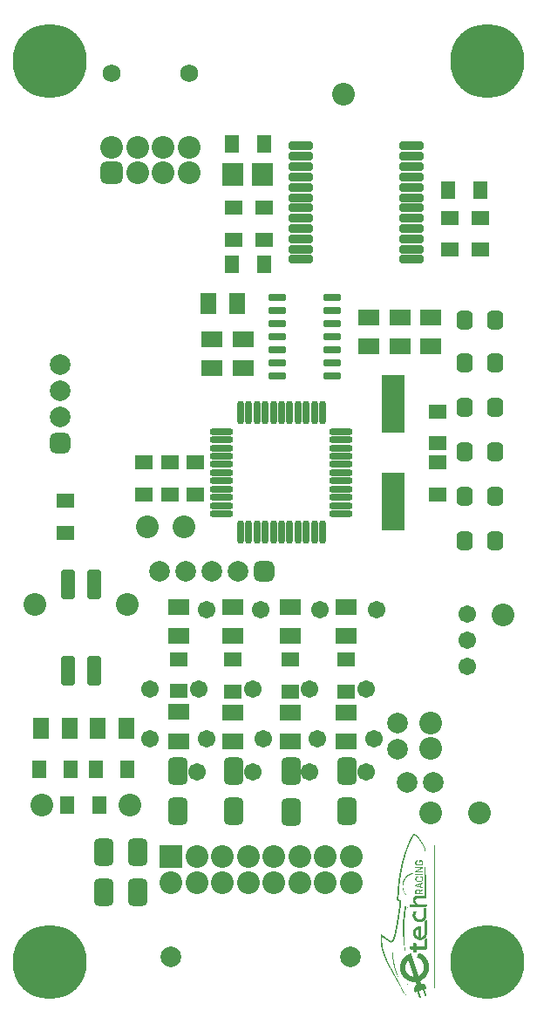
<source format=gts>
G04*
G04 #@! TF.GenerationSoftware,Altium Limited,Altium Designer,23.0.1 (38)*
G04*
G04 Layer_Color=8388736*
%FSLAX44Y44*%
%MOMM*%
G71*
G04*
G04 #@! TF.SameCoordinates,056E7371-CA95-4066-80D9-C2616C4CE960*
G04*
G04*
G04 #@! TF.FilePolarity,Negative*
G04*
G01*
G75*
G04:AMPARAMS|DCode=29|XSize=0.8032mm|YSize=2.4032mm|CornerRadius=0.2516mm|HoleSize=0mm|Usage=FLASHONLY|Rotation=90.000|XOffset=0mm|YOffset=0mm|HoleType=Round|Shape=RoundedRectangle|*
%AMROUNDEDRECTD29*
21,1,0.8032,1.9000,0,0,90.0*
21,1,0.3000,2.4032,0,0,90.0*
1,1,0.5032,0.9500,0.1500*
1,1,0.5032,0.9500,-0.1500*
1,1,0.5032,-0.9500,-0.1500*
1,1,0.5032,-0.9500,0.1500*
%
%ADD29ROUNDEDRECTD29*%
G04:AMPARAMS|DCode=30|XSize=0.6532mm|YSize=2.2032mm|CornerRadius=0.2141mm|HoleSize=0mm|Usage=FLASHONLY|Rotation=90.000|XOffset=0mm|YOffset=0mm|HoleType=Round|Shape=RoundedRectangle|*
%AMROUNDEDRECTD30*
21,1,0.6532,1.7750,0,0,90.0*
21,1,0.2250,2.2032,0,0,90.0*
1,1,0.4282,0.8875,0.1125*
1,1,0.4282,0.8875,-0.1125*
1,1,0.4282,-0.8875,-0.1125*
1,1,0.4282,-0.8875,0.1125*
%
%ADD30ROUNDEDRECTD30*%
G04:AMPARAMS|DCode=31|XSize=0.6532mm|YSize=2.2032mm|CornerRadius=0.2141mm|HoleSize=0mm|Usage=FLASHONLY|Rotation=0.000|XOffset=0mm|YOffset=0mm|HoleType=Round|Shape=RoundedRectangle|*
%AMROUNDEDRECTD31*
21,1,0.6532,1.7750,0,0,0.0*
21,1,0.2250,2.2032,0,0,0.0*
1,1,0.4282,0.1125,-0.8875*
1,1,0.4282,-0.1125,-0.8875*
1,1,0.4282,-0.1125,0.8875*
1,1,0.4282,0.1125,0.8875*
%
%ADD31ROUNDEDRECTD31*%
%ADD32C,1.7032*%
%ADD33C,2.2032*%
%ADD34R,2.1532X1.6032*%
%ADD35R,1.8032X1.4032*%
%ADD36R,1.4032X1.8032*%
%ADD37R,1.6032X2.1532*%
G04:AMPARAMS|DCode=38|XSize=0.7532mm|YSize=1.7032mm|CornerRadius=0.2391mm|HoleSize=0mm|Usage=FLASHONLY|Rotation=270.000|XOffset=0mm|YOffset=0mm|HoleType=Round|Shape=RoundedRectangle|*
%AMROUNDEDRECTD38*
21,1,0.7532,1.2250,0,0,270.0*
21,1,0.2750,1.7032,0,0,270.0*
1,1,0.4782,-0.6125,-0.1375*
1,1,0.4782,-0.6125,0.1375*
1,1,0.4782,0.6125,0.1375*
1,1,0.4782,0.6125,-0.1375*
%
%ADD38ROUNDEDRECTD38*%
%ADD39R,2.2032X5.7032*%
G04:AMPARAMS|DCode=40|XSize=1.8032mm|YSize=1.6032mm|CornerRadius=0.4516mm|HoleSize=0mm|Usage=FLASHONLY|Rotation=90.000|XOffset=0mm|YOffset=0mm|HoleType=Round|Shape=RoundedRectangle|*
%AMROUNDEDRECTD40*
21,1,1.8032,0.7000,0,0,90.0*
21,1,0.9000,1.6032,0,0,90.0*
1,1,0.9032,0.3500,0.4500*
1,1,0.9032,0.3500,-0.4500*
1,1,0.9032,-0.3500,-0.4500*
1,1,0.9032,-0.3500,0.4500*
%
%ADD40ROUNDEDRECTD40*%
G04:AMPARAMS|DCode=41|XSize=1.9032mm|YSize=2.7032mm|CornerRadius=0.5266mm|HoleSize=0mm|Usage=FLASHONLY|Rotation=0.000|XOffset=0mm|YOffset=0mm|HoleType=Round|Shape=RoundedRectangle|*
%AMROUNDEDRECTD41*
21,1,1.9032,1.6500,0,0,0.0*
21,1,0.8500,2.7032,0,0,0.0*
1,1,1.0532,0.4250,-0.8250*
1,1,1.0532,-0.4250,-0.8250*
1,1,1.0532,-0.4250,0.8250*
1,1,1.0532,0.4250,0.8250*
%
%ADD41ROUNDEDRECTD41*%
G04:AMPARAMS|DCode=42|XSize=1.4032mm|YSize=2.9532mm|CornerRadius=0.4016mm|HoleSize=0mm|Usage=FLASHONLY|Rotation=0.000|XOffset=0mm|YOffset=0mm|HoleType=Round|Shape=RoundedRectangle|*
%AMROUNDEDRECTD42*
21,1,1.4032,2.1500,0,0,0.0*
21,1,0.6000,2.9532,0,0,0.0*
1,1,0.8032,0.3000,-1.0750*
1,1,0.8032,-0.3000,-1.0750*
1,1,0.8032,-0.3000,1.0750*
1,1,0.8032,0.3000,1.0750*
%
%ADD42ROUNDEDRECTD42*%
%ADD43R,2.0532X2.2032*%
%ADD44C,2.0032*%
%ADD45R,2.2032X2.2032*%
%ADD46C,7.2032*%
%ADD47C,1.7272*%
G04:AMPARAMS|DCode=48|XSize=2.2032mm|YSize=2.2032mm|CornerRadius=0.6016mm|HoleSize=0mm|Usage=FLASHONLY|Rotation=90.000|XOffset=0mm|YOffset=0mm|HoleType=Round|Shape=RoundedRectangle|*
%AMROUNDEDRECTD48*
21,1,2.2032,1.0000,0,0,90.0*
21,1,1.0000,2.2032,0,0,90.0*
1,1,1.2032,0.5000,0.5000*
1,1,1.2032,0.5000,-0.5000*
1,1,1.2032,-0.5000,-0.5000*
1,1,1.2032,-0.5000,0.5000*
%
%ADD48ROUNDEDRECTD48*%
G04:AMPARAMS|DCode=49|XSize=2.0032mm|YSize=2.0032mm|CornerRadius=0.5516mm|HoleSize=0mm|Usage=FLASHONLY|Rotation=270.000|XOffset=0mm|YOffset=0mm|HoleType=Round|Shape=RoundedRectangle|*
%AMROUNDEDRECTD49*
21,1,2.0032,0.9000,0,0,270.0*
21,1,0.9000,2.0032,0,0,270.0*
1,1,1.1032,-0.4500,-0.4500*
1,1,1.1032,-0.4500,0.4500*
1,1,1.1032,0.4500,0.4500*
1,1,1.1032,0.4500,-0.4500*
%
%ADD49ROUNDEDRECTD49*%
G04:AMPARAMS|DCode=50|XSize=2.0032mm|YSize=2.0032mm|CornerRadius=0.5516mm|HoleSize=0mm|Usage=FLASHONLY|Rotation=180.000|XOffset=0mm|YOffset=0mm|HoleType=Round|Shape=RoundedRectangle|*
%AMROUNDEDRECTD50*
21,1,2.0032,0.9000,0,0,180.0*
21,1,0.9000,2.0032,0,0,180.0*
1,1,1.1032,-0.4500,0.4500*
1,1,1.1032,0.4500,0.4500*
1,1,1.1032,0.4500,-0.4500*
1,1,1.1032,-0.4500,-0.4500*
%
%ADD50ROUNDEDRECTD50*%
G36*
X398605Y136511D02*
X399001D01*
Y136412D01*
X399298D01*
Y136313D01*
X399397D01*
Y136215D01*
X399496D01*
Y136116D01*
X399594D01*
Y136017D01*
X399693D01*
Y135918D01*
X399792D01*
Y135819D01*
X399891D01*
Y135621D01*
X399990D01*
Y135325D01*
X400089D01*
Y132951D01*
X399990D01*
Y132754D01*
X399891D01*
Y132556D01*
X399792D01*
Y132358D01*
X399693D01*
Y132259D01*
X399594D01*
Y132160D01*
X399496D01*
Y132061D01*
X399298D01*
Y131962D01*
X399199D01*
Y131864D01*
X398902D01*
Y131765D01*
X393661D01*
Y131864D01*
X393463D01*
Y131962D01*
X393266D01*
Y132061D01*
X393167D01*
Y132160D01*
X392969D01*
Y132259D01*
X392870D01*
Y132457D01*
X392771D01*
Y132556D01*
X392672D01*
Y132852D01*
X392573D01*
Y133149D01*
X392475D01*
Y135226D01*
X392573D01*
Y135522D01*
X392672D01*
Y135720D01*
X392771D01*
Y135918D01*
X392870D01*
Y136017D01*
X392969D01*
Y136116D01*
X393068D01*
Y136215D01*
X393167D01*
Y136313D01*
X393364D01*
Y136412D01*
X393562D01*
Y136511D01*
X393958D01*
Y136610D01*
X394848D01*
Y136511D01*
X394947D01*
Y136412D01*
X395046D01*
Y135720D01*
X394947D01*
Y135621D01*
X394848D01*
Y135522D01*
X393859D01*
Y135424D01*
X393661D01*
Y135325D01*
X393562D01*
Y135127D01*
X393463D01*
Y133149D01*
X393562D01*
Y132951D01*
X393760D01*
Y132852D01*
X393958D01*
Y132754D01*
X398605D01*
Y132852D01*
X398902D01*
Y132951D01*
X399001D01*
Y133050D01*
X399100D01*
Y133347D01*
X399199D01*
Y134929D01*
X399100D01*
Y135226D01*
X399001D01*
Y135325D01*
X398902D01*
Y135424D01*
X398803D01*
Y135522D01*
X396925D01*
Y134237D01*
X396826D01*
Y134138D01*
X396133D01*
Y134237D01*
X396035D01*
Y136412D01*
X396133D01*
Y136511D01*
X396232D01*
Y136610D01*
X398605D01*
Y136511D01*
D02*
G37*
G36*
X399891Y130183D02*
X400089D01*
Y129391D01*
X399990D01*
Y129293D01*
X399891D01*
Y129194D01*
X399693D01*
Y129095D01*
X399496D01*
Y128996D01*
X399397D01*
Y128897D01*
X399199D01*
Y128798D01*
X399001D01*
Y128699D01*
X398803D01*
Y128600D01*
X398704D01*
Y128502D01*
X398507D01*
Y128403D01*
X398309D01*
Y128304D01*
X398111D01*
Y128205D01*
X398012D01*
Y128106D01*
X397814D01*
Y128007D01*
X397617D01*
Y127908D01*
X397419D01*
Y127809D01*
X397320D01*
Y127710D01*
X397122D01*
Y127612D01*
X396925D01*
Y127513D01*
X396727D01*
Y127414D01*
X396628D01*
Y127315D01*
X396430D01*
Y127216D01*
X396232D01*
Y127117D01*
X396133D01*
Y127018D01*
X395936D01*
Y126919D01*
X395738D01*
Y126820D01*
X395540D01*
Y126721D01*
X395342D01*
Y126623D01*
X395243D01*
Y126524D01*
X395046D01*
Y126425D01*
X394848D01*
Y126326D01*
X394650D01*
Y126227D01*
X399891D01*
Y126128D01*
X400089D01*
Y125238D01*
X399891D01*
Y125139D01*
X392672D01*
Y125238D01*
X392573D01*
Y125337D01*
X392475D01*
Y126029D01*
X392573D01*
Y126128D01*
X392672D01*
Y126227D01*
X392870D01*
Y126326D01*
X393068D01*
Y126425D01*
X393167D01*
Y126524D01*
X393364D01*
Y126623D01*
X393562D01*
Y126721D01*
X393760D01*
Y126820D01*
X393859D01*
Y126919D01*
X394057D01*
Y127018D01*
X394254D01*
Y127117D01*
X394452D01*
Y127216D01*
X394551D01*
Y127315D01*
X394749D01*
Y127414D01*
X394947D01*
Y127513D01*
X395145D01*
Y127612D01*
X395243D01*
Y127710D01*
X395441D01*
Y127809D01*
X395639D01*
Y127908D01*
X395837D01*
Y128007D01*
X395936D01*
Y128106D01*
X396133D01*
Y128205D01*
X396331D01*
Y128304D01*
X396529D01*
Y128403D01*
X396628D01*
Y128502D01*
X396826D01*
Y128600D01*
X397023D01*
Y128699D01*
X397221D01*
Y128798D01*
X397320D01*
Y128897D01*
X397518D01*
Y128996D01*
X397716D01*
Y129095D01*
X397913D01*
Y129194D01*
X398012D01*
Y129293D01*
X397716D01*
Y129194D01*
X392771D01*
Y129293D01*
X392573D01*
Y129391D01*
X392475D01*
Y130084D01*
X392573D01*
Y130183D01*
X392672D01*
Y130281D01*
X399891D01*
Y130183D01*
D02*
G37*
G36*
X399990Y123359D02*
X400089D01*
Y122568D01*
X399990D01*
Y122469D01*
X392573D01*
Y122568D01*
X392475D01*
Y123260D01*
X392573D01*
Y123458D01*
X399990D01*
Y123359D01*
D02*
G37*
G36*
X398803Y120887D02*
X399100D01*
Y120788D01*
X399298D01*
Y120689D01*
X399397D01*
Y120591D01*
X399594D01*
Y120492D01*
X399693D01*
Y120294D01*
X399792D01*
Y120195D01*
X399891D01*
Y119997D01*
X399990D01*
Y119701D01*
X400089D01*
Y117228D01*
X399990D01*
Y116932D01*
X399891D01*
Y116833D01*
X399792D01*
Y116635D01*
X399693D01*
Y116536D01*
X399594D01*
Y116437D01*
X399496D01*
Y116338D01*
X399397D01*
Y116240D01*
X399199D01*
Y116141D01*
X399001D01*
Y116042D01*
X398309D01*
Y115943D01*
X394254D01*
Y116042D01*
X393562D01*
Y116141D01*
X393364D01*
Y116240D01*
X393266D01*
Y116338D01*
X393068D01*
Y116437D01*
X392969D01*
Y116536D01*
X392870D01*
Y116734D01*
X392771D01*
Y116833D01*
X392672D01*
Y117031D01*
X392573D01*
Y117327D01*
X392475D01*
Y119602D01*
X392573D01*
Y119898D01*
X392672D01*
Y120096D01*
X392771D01*
Y120294D01*
X392870D01*
Y120393D01*
X392969D01*
Y120492D01*
X393068D01*
Y120591D01*
X393167D01*
Y120689D01*
X393364D01*
Y120788D01*
X393463D01*
Y120887D01*
X393859D01*
Y120986D01*
X394947D01*
Y120887D01*
X395046D01*
Y120788D01*
X395145D01*
Y120096D01*
X395046D01*
Y119997D01*
X394848D01*
Y119898D01*
X393760D01*
Y119799D01*
X393661D01*
Y119701D01*
X393562D01*
Y119602D01*
X393463D01*
Y117426D01*
X393562D01*
Y117228D01*
X393661D01*
Y117129D01*
X393859D01*
Y117031D01*
X398704D01*
Y117129D01*
X398902D01*
Y117228D01*
X399001D01*
Y117327D01*
X399100D01*
Y117624D01*
X399199D01*
Y119404D01*
X399100D01*
Y119602D01*
X399001D01*
Y119799D01*
X398803D01*
Y119898D01*
X397716D01*
Y119997D01*
X397518D01*
Y120887D01*
X397617D01*
Y120986D01*
X398803D01*
Y120887D01*
D02*
G37*
G36*
X399990Y114954D02*
X400089D01*
Y114163D01*
X399990D01*
Y114064D01*
X399792D01*
Y113965D01*
X399496D01*
Y113866D01*
X399199D01*
Y113767D01*
X398902D01*
Y113668D01*
X398605D01*
Y113569D01*
X398309D01*
Y113471D01*
X398210D01*
Y110900D01*
X398309D01*
Y110801D01*
X398507D01*
Y110702D01*
X398803D01*
Y110603D01*
X399100D01*
Y110504D01*
X399397D01*
Y110405D01*
X399792D01*
Y110306D01*
X399990D01*
Y110207D01*
X400089D01*
Y109317D01*
X399594D01*
Y109416D01*
X399298D01*
Y109515D01*
X398902D01*
Y109614D01*
X398605D01*
Y109713D01*
X398309D01*
Y109812D01*
X398012D01*
Y109911D01*
X397617D01*
Y110010D01*
X397320D01*
Y110108D01*
X397023D01*
Y110207D01*
X396727D01*
Y110306D01*
X396331D01*
Y110405D01*
X396035D01*
Y110504D01*
X395738D01*
Y110603D01*
X395342D01*
Y110702D01*
X395046D01*
Y110801D01*
X394749D01*
Y110900D01*
X394353D01*
Y110998D01*
X394057D01*
Y111097D01*
X393760D01*
Y111196D01*
X393463D01*
Y111295D01*
X393068D01*
Y111394D01*
X392771D01*
Y111493D01*
X392573D01*
Y111691D01*
X392475D01*
Y112680D01*
X392573D01*
Y112779D01*
X392672D01*
Y112877D01*
X392870D01*
Y112976D01*
X393167D01*
Y113075D01*
X393463D01*
Y113174D01*
X393760D01*
Y113273D01*
X394156D01*
Y113372D01*
X394452D01*
Y113471D01*
X394848D01*
Y113569D01*
X395145D01*
Y113668D01*
X395441D01*
Y113767D01*
X395738D01*
Y113866D01*
X396035D01*
Y113965D01*
X396430D01*
Y114064D01*
X396727D01*
Y114163D01*
X397023D01*
Y114262D01*
X397419D01*
Y114361D01*
X397716D01*
Y114460D01*
X398111D01*
Y114558D01*
X398408D01*
Y114657D01*
X398704D01*
Y114756D01*
X399001D01*
Y114855D01*
X399397D01*
Y114954D01*
X399693D01*
Y115053D01*
X399990D01*
Y114954D01*
D02*
G37*
G36*
X400089Y107636D02*
X399990D01*
Y107537D01*
X399891D01*
Y107439D01*
X399693D01*
Y107340D01*
X399496D01*
Y107241D01*
X399298D01*
Y107142D01*
X399100D01*
Y107043D01*
X398902D01*
Y106944D01*
X398704D01*
Y106845D01*
X398507D01*
Y106746D01*
X398309D01*
Y106648D01*
X398012D01*
Y106549D01*
X397814D01*
Y106450D01*
X397617D01*
Y106351D01*
X397419D01*
Y106252D01*
X397221D01*
Y106153D01*
X397122D01*
Y104670D01*
X399990D01*
Y104571D01*
X400089D01*
Y103780D01*
X399891D01*
Y103681D01*
X392573D01*
Y103780D01*
X392475D01*
Y106944D01*
X392573D01*
Y107241D01*
X392672D01*
Y107537D01*
X392771D01*
Y107636D01*
X392870D01*
Y107834D01*
X392969D01*
Y107933D01*
X393167D01*
Y108032D01*
X393266D01*
Y108131D01*
X393463D01*
Y108230D01*
X393661D01*
Y108329D01*
X395936D01*
Y108230D01*
X396232D01*
Y108131D01*
X396430D01*
Y108032D01*
X396529D01*
Y107933D01*
X396628D01*
Y107834D01*
X396727D01*
Y107735D01*
X396826D01*
Y107537D01*
X396925D01*
Y107340D01*
X397023D01*
Y107241D01*
X397221D01*
Y107340D01*
X397419D01*
Y107439D01*
X397617D01*
Y107537D01*
X397814D01*
Y107636D01*
X398012D01*
Y107735D01*
X398309D01*
Y107834D01*
X398507D01*
Y107933D01*
X398704D01*
Y108032D01*
X398902D01*
Y108131D01*
X399100D01*
Y108230D01*
X399298D01*
Y108329D01*
X399496D01*
Y108427D01*
X399693D01*
Y108526D01*
X400089D01*
Y107636D01*
D02*
G37*
G36*
X390398Y124546D02*
X390497D01*
Y123557D01*
X390398D01*
Y123458D01*
X390299D01*
Y123359D01*
X389903D01*
Y123260D01*
X389508D01*
Y123162D01*
X389112D01*
Y123063D01*
X388816D01*
Y122964D01*
X388618D01*
Y122865D01*
X388321D01*
Y122766D01*
X388124D01*
Y122667D01*
X387827D01*
Y122568D01*
X387629D01*
Y122469D01*
X387431D01*
Y122371D01*
X387234D01*
Y122272D01*
X387036D01*
Y122173D01*
X386838D01*
Y122074D01*
X386739D01*
Y121975D01*
X386541D01*
Y121876D01*
X386344D01*
Y121777D01*
X386245D01*
Y121678D01*
X386047D01*
Y121579D01*
X385948D01*
Y121481D01*
X385750D01*
Y121382D01*
X385651D01*
Y121283D01*
X385552D01*
Y121184D01*
X385355D01*
Y121085D01*
X385256D01*
Y120986D01*
X385157D01*
Y120887D01*
X385058D01*
Y120788D01*
X384860D01*
Y120689D01*
X384761D01*
Y120591D01*
X384663D01*
Y120492D01*
X384564D01*
Y120393D01*
X384465D01*
Y120294D01*
X384366D01*
Y120195D01*
X384267D01*
Y120096D01*
X384168D01*
Y119997D01*
X384069D01*
Y119898D01*
X383970D01*
Y119799D01*
X383871D01*
Y119701D01*
X383773D01*
Y119602D01*
X383674D01*
Y119503D01*
X383575D01*
Y119404D01*
X383476D01*
Y119305D01*
X383377D01*
Y119107D01*
X383278D01*
Y119008D01*
X383179D01*
Y118910D01*
X383080D01*
Y118712D01*
X382981D01*
Y118613D01*
X382882D01*
Y118514D01*
X382784D01*
Y118316D01*
X382685D01*
Y118217D01*
X382586D01*
Y118020D01*
X382487D01*
Y117822D01*
X382388D01*
Y117723D01*
X382289D01*
Y117525D01*
X382190D01*
Y117327D01*
X382091D01*
Y117129D01*
X381993D01*
Y116932D01*
X381894D01*
Y116833D01*
X381795D01*
Y116536D01*
X381696D01*
Y116338D01*
X381597D01*
Y116141D01*
X381498D01*
Y115844D01*
X381399D01*
Y115646D01*
X381300D01*
Y115350D01*
X381202D01*
Y114954D01*
X381103D01*
Y114657D01*
X381004D01*
Y114361D01*
X380905D01*
Y113866D01*
X380806D01*
Y113372D01*
X380707D01*
Y112482D01*
X380608D01*
Y110108D01*
X380707D01*
Y109317D01*
X380806D01*
Y108724D01*
X380905D01*
Y108329D01*
X381004D01*
Y107933D01*
X381103D01*
Y107636D01*
X381202D01*
Y107340D01*
X381300D01*
Y107043D01*
X381399D01*
Y106746D01*
X381498D01*
Y106549D01*
X381597D01*
Y106351D01*
X381696D01*
Y106054D01*
X381795D01*
Y105856D01*
X381894D01*
Y105659D01*
X381993D01*
Y105461D01*
X382091D01*
Y105263D01*
X382190D01*
Y105065D01*
X382289D01*
Y104966D01*
X382388D01*
Y104769D01*
X382487D01*
Y104571D01*
X382586D01*
Y104472D01*
X382685D01*
Y104274D01*
X382784D01*
Y104175D01*
X382882D01*
Y103977D01*
X382981D01*
Y103879D01*
X383080D01*
Y103780D01*
X383179D01*
Y103681D01*
X383278D01*
Y103483D01*
X383377D01*
Y103384D01*
X383476D01*
Y103285D01*
X383575D01*
Y103187D01*
X383674D01*
Y102989D01*
X383773D01*
Y102890D01*
X383871D01*
Y102791D01*
X383970D01*
Y102692D01*
X383773D01*
Y102791D01*
X383674D01*
Y102890D01*
X383575D01*
Y102989D01*
X383377D01*
Y103187D01*
X383278D01*
Y103285D01*
X383179D01*
Y103384D01*
X383080D01*
Y103483D01*
X382981D01*
Y103582D01*
X382882D01*
Y103681D01*
X382784D01*
Y103780D01*
X382685D01*
Y103879D01*
X382586D01*
Y104076D01*
X382487D01*
Y104175D01*
X382388D01*
Y104274D01*
X382289D01*
Y104472D01*
X382190D01*
Y104571D01*
X382091D01*
Y104769D01*
X381993D01*
Y104868D01*
X381894D01*
Y105065D01*
X381795D01*
Y105164D01*
X381696D01*
Y105362D01*
X381597D01*
Y105461D01*
X381498D01*
Y105659D01*
X381399D01*
Y105856D01*
X381300D01*
Y106054D01*
X381202D01*
Y106252D01*
X381103D01*
Y106450D01*
X381004D01*
Y106648D01*
X380905D01*
Y106845D01*
X380806D01*
Y107043D01*
X380707D01*
Y107340D01*
X380608D01*
Y107636D01*
X380509D01*
Y107933D01*
X380410D01*
Y108230D01*
X380312D01*
Y108526D01*
X380213D01*
Y108922D01*
X380114D01*
Y109317D01*
X380015D01*
Y109911D01*
X379916D01*
Y110603D01*
X379817D01*
Y113174D01*
X379916D01*
Y113866D01*
X380015D01*
Y114460D01*
X380114D01*
Y114954D01*
X380213D01*
Y115350D01*
X380312D01*
Y115646D01*
X380410D01*
Y115943D01*
X380509D01*
Y116240D01*
X380608D01*
Y116536D01*
X380707D01*
Y116734D01*
X380806D01*
Y117031D01*
X380905D01*
Y117228D01*
X381004D01*
Y117426D01*
X381103D01*
Y117624D01*
X381202D01*
Y117822D01*
X381300D01*
Y118020D01*
X381399D01*
Y118217D01*
X381498D01*
Y118415D01*
X381597D01*
Y118613D01*
X381696D01*
Y118712D01*
X381795D01*
Y118910D01*
X381894D01*
Y119008D01*
X381993D01*
Y119206D01*
X382091D01*
Y119305D01*
X382190D01*
Y119503D01*
X382289D01*
Y119602D01*
X382388D01*
Y119701D01*
X382487D01*
Y119898D01*
X382586D01*
Y119997D01*
X382685D01*
Y120096D01*
X382784D01*
Y120195D01*
X382882D01*
Y120393D01*
X382981D01*
Y120492D01*
X383080D01*
Y120591D01*
X383179D01*
Y120689D01*
X383278D01*
Y120788D01*
X383377D01*
Y120887D01*
X383476D01*
Y120986D01*
X383575D01*
Y121085D01*
X383674D01*
Y121184D01*
X383773D01*
Y121283D01*
X383871D01*
Y121382D01*
X383970D01*
Y121481D01*
X384069D01*
Y121579D01*
X384168D01*
Y121678D01*
X384267D01*
Y121777D01*
X384366D01*
Y121876D01*
X384465D01*
Y121975D01*
X384663D01*
Y122074D01*
X384761D01*
Y122173D01*
X384860D01*
Y122272D01*
X385058D01*
Y122371D01*
X385157D01*
Y122469D01*
X385256D01*
Y122568D01*
X385454D01*
Y122667D01*
X385552D01*
Y122766D01*
X385750D01*
Y122865D01*
X385849D01*
Y122964D01*
X386047D01*
Y123063D01*
X386146D01*
Y123162D01*
X386344D01*
Y123260D01*
X386541D01*
Y123359D01*
X386739D01*
Y123458D01*
X386937D01*
Y123557D01*
X387135D01*
Y123656D01*
X387332D01*
Y123755D01*
X387530D01*
Y123854D01*
X387728D01*
Y123953D01*
X387926D01*
Y124052D01*
X388222D01*
Y124150D01*
X388519D01*
Y124249D01*
X388717D01*
Y124348D01*
X389013D01*
Y124447D01*
X389409D01*
Y124546D01*
X389706D01*
Y124645D01*
X390101D01*
Y124744D01*
X390398D01*
Y124546D01*
D02*
G37*
G36*
X391684Y162024D02*
X391980D01*
Y161925D01*
X392178D01*
Y161826D01*
X392376D01*
Y161727D01*
X392573D01*
Y161628D01*
X392771D01*
Y161530D01*
X392969D01*
Y161431D01*
X393068D01*
Y161332D01*
X393266D01*
Y161233D01*
X393364D01*
Y161134D01*
X393562D01*
Y161035D01*
X393661D01*
Y160936D01*
X393760D01*
Y160837D01*
X393859D01*
Y160739D01*
X394057D01*
Y160640D01*
X394156D01*
Y160541D01*
X394254D01*
Y160442D01*
X394353D01*
Y160343D01*
X394452D01*
Y160244D01*
X394551D01*
Y160145D01*
X394650D01*
Y160046D01*
X394749D01*
Y159947D01*
X394848D01*
Y159849D01*
X394947D01*
Y159750D01*
X395046D01*
Y159651D01*
X395145D01*
Y159552D01*
X395243D01*
Y159453D01*
X395342D01*
Y159354D01*
X395441D01*
Y159156D01*
X395540D01*
Y159058D01*
X395639D01*
Y158959D01*
X395738D01*
Y158860D01*
X395837D01*
Y158761D01*
X395936D01*
Y158563D01*
X396035D01*
Y158464D01*
X396133D01*
Y158365D01*
X396232D01*
Y158266D01*
X396331D01*
Y158069D01*
X396430D01*
Y157970D01*
X396529D01*
Y157871D01*
X396628D01*
Y157673D01*
X396727D01*
Y157574D01*
X396826D01*
Y157376D01*
X396925D01*
Y157277D01*
X397023D01*
Y157179D01*
X397122D01*
Y156981D01*
X397221D01*
Y156882D01*
X397320D01*
Y156684D01*
X397419D01*
Y156585D01*
X397518D01*
Y156388D01*
X397617D01*
Y156289D01*
X397716D01*
Y156091D01*
X397814D01*
Y155992D01*
X397913D01*
Y155794D01*
X398012D01*
Y155695D01*
X398111D01*
Y155498D01*
X398210D01*
Y155300D01*
X398309D01*
Y155201D01*
X398408D01*
Y155003D01*
X398507D01*
Y154904D01*
X398605D01*
Y154706D01*
X398704D01*
Y154509D01*
X398803D01*
Y154410D01*
X398902D01*
Y154212D01*
X399001D01*
Y154113D01*
X399100D01*
Y153915D01*
X399199D01*
Y153718D01*
X399298D01*
Y153520D01*
X399397D01*
Y153421D01*
X399496D01*
Y153223D01*
X399594D01*
Y153025D01*
X399693D01*
Y152828D01*
X399792D01*
Y152630D01*
X399891D01*
Y152531D01*
X399990D01*
Y152333D01*
X400089D01*
Y152135D01*
X400188D01*
Y151938D01*
X400287D01*
Y151740D01*
X400386D01*
Y151542D01*
X400484D01*
Y151443D01*
X400583D01*
Y151245D01*
X400682D01*
Y151048D01*
X400781D01*
Y150850D01*
X400880D01*
Y150652D01*
X400979D01*
Y150454D01*
X401078D01*
Y150257D01*
X401177D01*
Y150059D01*
X401275D01*
Y149861D01*
X401374D01*
Y149663D01*
X401473D01*
Y149466D01*
X401572D01*
Y149268D01*
X401671D01*
Y149070D01*
X401770D01*
Y148872D01*
X401869D01*
Y148674D01*
X401968D01*
Y148477D01*
X402067D01*
Y148279D01*
X402165D01*
Y148081D01*
X402264D01*
Y147883D01*
X402363D01*
Y147685D01*
X402462D01*
Y147389D01*
X402561D01*
Y144917D01*
X402462D01*
Y141554D01*
X402363D01*
Y138094D01*
X402264D01*
Y137500D01*
X402165D01*
Y136313D01*
X402264D01*
Y132754D01*
X402363D01*
Y129194D01*
X402462D01*
Y125733D01*
X402561D01*
Y122173D01*
X402660D01*
Y118712D01*
X402759D01*
Y115152D01*
X402858D01*
Y111493D01*
X402957D01*
Y108329D01*
X403055D01*
Y106351D01*
X403154D01*
Y104472D01*
X403253D01*
Y102890D01*
X403352D01*
Y101011D01*
X403451D01*
Y100319D01*
X403352D01*
Y100121D01*
X403253D01*
Y100022D01*
X403154D01*
Y99923D01*
X403055D01*
Y99824D01*
X402957D01*
Y99726D01*
X394947D01*
Y99627D01*
X394452D01*
Y99528D01*
X394057D01*
Y99429D01*
X393859D01*
Y99330D01*
X393661D01*
Y99231D01*
X393463D01*
Y99132D01*
X393364D01*
Y99033D01*
X393167D01*
Y98934D01*
X393068D01*
Y98835D01*
X392969D01*
Y98638D01*
X392870D01*
Y98539D01*
X392771D01*
Y98440D01*
X392672D01*
Y98242D01*
X392573D01*
Y97945D01*
X392475D01*
Y96858D01*
X392573D01*
Y96462D01*
X392672D01*
Y96166D01*
X392771D01*
Y95968D01*
X392870D01*
Y95770D01*
X392969D01*
Y95671D01*
X393068D01*
Y95473D01*
X393167D01*
Y95374D01*
X393266D01*
Y95275D01*
X393364D01*
Y95177D01*
X393463D01*
Y95078D01*
X393562D01*
Y94979D01*
X393661D01*
Y94880D01*
X393859D01*
Y94781D01*
X393958D01*
Y94682D01*
X394156D01*
Y94583D01*
X394254D01*
Y94484D01*
X394452D01*
Y94386D01*
X394749D01*
Y94287D01*
X394947D01*
Y94188D01*
X395342D01*
Y94089D01*
X395936D01*
Y93990D01*
X399990D01*
Y94089D01*
X402957D01*
Y93990D01*
X403154D01*
Y93891D01*
X403253D01*
Y93792D01*
X403352D01*
Y93693D01*
X403451D01*
Y93496D01*
X403550D01*
Y91716D01*
X403451D01*
Y91617D01*
X403352D01*
Y91419D01*
X403154D01*
Y91320D01*
X403055D01*
Y91221D01*
X398902D01*
Y91122D01*
X387135D01*
Y91221D01*
X387036D01*
Y91320D01*
X386937D01*
Y91419D01*
X386838D01*
Y91518D01*
X386739D01*
Y91617D01*
X386640D01*
Y93496D01*
X386739D01*
Y93693D01*
X386838D01*
Y93792D01*
X387036D01*
Y93891D01*
X387135D01*
Y93990D01*
X391782D01*
Y94089D01*
X391881D01*
Y94484D01*
X391782D01*
Y94583D01*
X391684D01*
Y94682D01*
X391585D01*
Y94781D01*
X391486D01*
Y94880D01*
X391387D01*
Y95078D01*
X391288D01*
Y95177D01*
X391189D01*
Y95275D01*
X391090D01*
Y95374D01*
X390991D01*
Y95572D01*
X390892D01*
Y95671D01*
X390793D01*
Y95869D01*
X390695D01*
Y95968D01*
X390596D01*
Y96166D01*
X390497D01*
Y96363D01*
X390398D01*
Y96660D01*
X390299D01*
Y96957D01*
X390200D01*
Y97253D01*
X390101D01*
Y97847D01*
X390002D01*
Y98539D01*
X390101D01*
Y99231D01*
X390200D01*
Y99528D01*
X390299D01*
Y99726D01*
X390398D01*
Y100022D01*
X390497D01*
Y100220D01*
X390596D01*
Y100319D01*
X390695D01*
Y100517D01*
X390793D01*
Y100615D01*
X390892D01*
Y100714D01*
X390991D01*
Y100813D01*
X391090D01*
Y101011D01*
X391189D01*
Y101110D01*
X391288D01*
Y101209D01*
X391486D01*
Y101308D01*
X391585D01*
Y101406D01*
X391684D01*
Y101505D01*
X391782D01*
Y101604D01*
X391980D01*
Y101703D01*
X392178D01*
Y101802D01*
X392277D01*
Y101901D01*
X392573D01*
Y102000D01*
X392771D01*
Y102099D01*
X393068D01*
Y102198D01*
X393562D01*
Y102296D01*
X397814D01*
Y102395D01*
X401078D01*
Y110603D01*
X401177D01*
Y113471D01*
X401275D01*
Y116240D01*
X401374D01*
Y119008D01*
X401473D01*
Y121876D01*
X401572D01*
Y124645D01*
X401671D01*
Y127414D01*
X401770D01*
Y130183D01*
X401869D01*
Y132951D01*
X401968D01*
Y135720D01*
X402067D01*
Y139873D01*
X401968D01*
Y142444D01*
X401869D01*
Y145213D01*
X401770D01*
Y147191D01*
X401671D01*
Y147389D01*
X401572D01*
Y147587D01*
X401473D01*
Y147784D01*
X401374D01*
Y147982D01*
X401275D01*
Y148180D01*
X401177D01*
Y148378D01*
X401078D01*
Y148575D01*
X400979D01*
Y148773D01*
X400880D01*
Y148971D01*
X400781D01*
Y149169D01*
X400682D01*
Y149367D01*
X400583D01*
Y149564D01*
X400484D01*
Y149762D01*
X400386D01*
Y149861D01*
X400287D01*
Y150059D01*
X400188D01*
Y150257D01*
X400089D01*
Y150454D01*
X399990D01*
Y150652D01*
X399891D01*
Y150850D01*
X399792D01*
Y151048D01*
X399693D01*
Y151146D01*
X399594D01*
Y151344D01*
X399496D01*
Y151542D01*
X399397D01*
Y151740D01*
X399298D01*
Y151938D01*
X399199D01*
Y152037D01*
X399100D01*
Y152234D01*
X399001D01*
Y152432D01*
X398902D01*
Y152630D01*
X398803D01*
Y152729D01*
X398704D01*
Y152927D01*
X398605D01*
Y153124D01*
X398507D01*
Y153223D01*
X398408D01*
Y153421D01*
X398309D01*
Y153619D01*
X398210D01*
Y153718D01*
X398111D01*
Y153915D01*
X398012D01*
Y154014D01*
X397913D01*
Y154212D01*
X397814D01*
Y154410D01*
X397716D01*
Y154509D01*
X397617D01*
Y154706D01*
X397518D01*
Y154805D01*
X397419D01*
Y155003D01*
X397320D01*
Y155102D01*
X397221D01*
Y155300D01*
X397122D01*
Y155399D01*
X397023D01*
Y155597D01*
X396925D01*
Y155695D01*
X396826D01*
Y155893D01*
X396727D01*
Y155992D01*
X396628D01*
Y156190D01*
X396529D01*
Y156289D01*
X396430D01*
Y156388D01*
X396331D01*
Y156585D01*
X396232D01*
Y156684D01*
X396133D01*
Y156882D01*
X396035D01*
Y156981D01*
X395936D01*
Y157080D01*
X395837D01*
Y157277D01*
X395738D01*
Y157376D01*
X395639D01*
Y157475D01*
X395540D01*
Y157574D01*
X395441D01*
Y157772D01*
X395342D01*
Y157871D01*
X395243D01*
Y157970D01*
X395145D01*
Y158069D01*
X395046D01*
Y158167D01*
X394947D01*
Y158365D01*
X394848D01*
Y158464D01*
X394749D01*
Y158563D01*
X394650D01*
Y158662D01*
X394551D01*
Y158761D01*
X394452D01*
Y158860D01*
X394353D01*
Y158959D01*
X394254D01*
Y159058D01*
X394156D01*
Y159156D01*
X394057D01*
Y159255D01*
X393958D01*
Y159354D01*
X393859D01*
Y159453D01*
X393760D01*
Y159552D01*
X393661D01*
Y159651D01*
X393562D01*
Y159750D01*
X393463D01*
Y159849D01*
X393364D01*
Y159947D01*
X393266D01*
Y160046D01*
X393068D01*
Y160145D01*
X392969D01*
Y160244D01*
X392870D01*
Y160343D01*
X392672D01*
Y160442D01*
X392573D01*
Y160541D01*
X392376D01*
Y160640D01*
X392178D01*
Y160739D01*
X391980D01*
Y160837D01*
X391782D01*
Y160936D01*
X391387D01*
Y161035D01*
X390991D01*
Y160936D01*
X390892D01*
Y160837D01*
X390793D01*
Y160739D01*
X390695D01*
Y160541D01*
X390596D01*
Y160343D01*
X390497D01*
Y160244D01*
X390398D01*
Y160046D01*
X390299D01*
Y159849D01*
X390200D01*
Y159651D01*
X390101D01*
Y159552D01*
X390002D01*
Y159354D01*
X389903D01*
Y159156D01*
X389805D01*
Y158959D01*
X389706D01*
Y158761D01*
X389607D01*
Y158563D01*
X389508D01*
Y158464D01*
X389409D01*
Y158266D01*
X389310D01*
Y158069D01*
X389211D01*
Y157772D01*
X389112D01*
Y157673D01*
X389013D01*
Y157475D01*
X388915D01*
Y157277D01*
X388816D01*
Y157080D01*
X388717D01*
Y156882D01*
X388618D01*
Y156684D01*
X388519D01*
Y156486D01*
X388420D01*
Y156289D01*
X388321D01*
Y155992D01*
X388222D01*
Y155794D01*
X388124D01*
Y155597D01*
X388025D01*
Y155399D01*
X387926D01*
Y155201D01*
X387827D01*
Y154904D01*
X387728D01*
Y154706D01*
X387629D01*
Y154509D01*
X387530D01*
Y154311D01*
X387431D01*
Y154113D01*
X387332D01*
Y153816D01*
X387234D01*
Y153619D01*
X387135D01*
Y153421D01*
X387036D01*
Y153124D01*
X386937D01*
Y152927D01*
X386838D01*
Y152729D01*
X386739D01*
Y152432D01*
X386640D01*
Y152234D01*
X386541D01*
Y152037D01*
X386442D01*
Y151740D01*
X386344D01*
Y151542D01*
X386245D01*
Y151245D01*
X386146D01*
Y151048D01*
X386047D01*
Y150751D01*
X385948D01*
Y150454D01*
X385849D01*
Y150257D01*
X385750D01*
Y149960D01*
X385651D01*
Y149762D01*
X385552D01*
Y149466D01*
X385454D01*
Y149268D01*
X385355D01*
Y148971D01*
X385256D01*
Y148773D01*
X385157D01*
Y148477D01*
X385058D01*
Y148180D01*
X384959D01*
Y147883D01*
X384860D01*
Y147587D01*
X384761D01*
Y147290D01*
X384663D01*
Y147092D01*
X384564D01*
Y146796D01*
X384465D01*
Y146499D01*
X384366D01*
Y146202D01*
X384267D01*
Y145906D01*
X384168D01*
Y145609D01*
X384069D01*
Y145312D01*
X383970D01*
Y145016D01*
X383871D01*
Y144719D01*
X383773D01*
Y144422D01*
X383674D01*
Y144126D01*
X383575D01*
Y143829D01*
X383476D01*
Y143433D01*
X383377D01*
Y143236D01*
X383278D01*
Y142840D01*
X383179D01*
Y142543D01*
X383080D01*
Y142247D01*
X382981D01*
Y141950D01*
X382882D01*
Y141653D01*
X382784D01*
Y141258D01*
X382685D01*
Y140961D01*
X382586D01*
Y140566D01*
X382487D01*
Y140269D01*
X382388D01*
Y139873D01*
X382289D01*
Y139478D01*
X382190D01*
Y139181D01*
X382091D01*
Y138786D01*
X381993D01*
Y138489D01*
X381894D01*
Y138094D01*
X381795D01*
Y137698D01*
X381696D01*
Y137401D01*
X381597D01*
Y137006D01*
X381498D01*
Y136709D01*
X381399D01*
Y136313D01*
X381300D01*
Y135819D01*
X381202D01*
Y135424D01*
X381103D01*
Y135028D01*
X381004D01*
Y134632D01*
X380905D01*
Y134237D01*
X380806D01*
Y133841D01*
X380707D01*
Y133347D01*
X380608D01*
Y132951D01*
X380509D01*
Y132556D01*
X380410D01*
Y132160D01*
X380312D01*
Y131765D01*
X380213D01*
Y131270D01*
X380114D01*
Y130875D01*
X380015D01*
Y130380D01*
X379916D01*
Y129886D01*
X379817D01*
Y129391D01*
X379718D01*
Y128897D01*
X379619D01*
Y128403D01*
X379520D01*
Y127908D01*
X379422D01*
Y127414D01*
X379323D01*
Y126919D01*
X379224D01*
Y126425D01*
X379125D01*
Y125930D01*
X379026D01*
Y125436D01*
X378927D01*
Y124744D01*
X378828D01*
Y124150D01*
X378729D01*
Y123656D01*
X378630D01*
Y122964D01*
X378531D01*
Y122371D01*
X378433D01*
Y121777D01*
X378334D01*
Y121085D01*
X378235D01*
Y120591D01*
X378136D01*
Y119997D01*
X378037D01*
Y119206D01*
X377938D01*
Y118415D01*
X377839D01*
Y117723D01*
X377740D01*
Y116932D01*
X377642D01*
Y116240D01*
X377543D01*
Y115350D01*
X377444D01*
Y114558D01*
X377345D01*
Y113767D01*
X377246D01*
Y113075D01*
X377147D01*
Y111987D01*
X377048D01*
Y110801D01*
X376949D01*
Y109713D01*
X376851D01*
Y108625D01*
X376752D01*
Y107636D01*
X376653D01*
Y106549D01*
X376554D01*
Y105065D01*
X376455D01*
Y103088D01*
X376356D01*
Y101406D01*
X376257D01*
Y99824D01*
X376158D01*
Y98835D01*
X376356D01*
Y98736D01*
X376653D01*
Y98638D01*
X376851D01*
Y98539D01*
X377147D01*
Y98440D01*
X377345D01*
Y98341D01*
X377543D01*
Y98242D01*
X377740D01*
Y98143D01*
X377839D01*
Y98044D01*
X378037D01*
Y97945D01*
X378136D01*
Y97847D01*
X378235D01*
Y97748D01*
X378334D01*
Y97550D01*
X378433D01*
Y97451D01*
X378531D01*
Y97253D01*
X378630D01*
Y97056D01*
X378729D01*
Y96759D01*
X378828D01*
Y95473D01*
X378729D01*
Y94781D01*
X378630D01*
Y94089D01*
X378531D01*
Y93298D01*
X378433D01*
Y92507D01*
X378334D01*
Y91814D01*
X378235D01*
Y91122D01*
X378136D01*
Y90529D01*
X378037D01*
Y89639D01*
X377938D01*
Y88947D01*
X377839D01*
Y88255D01*
X377740D01*
Y87661D01*
X377642D01*
Y86969D01*
X377543D01*
Y86277D01*
X377444D01*
Y85585D01*
X377345D01*
Y84991D01*
X377246D01*
Y84398D01*
X377147D01*
Y83706D01*
X377048D01*
Y83014D01*
X376949D01*
Y82321D01*
X376851D01*
Y81827D01*
X376752D01*
Y81135D01*
X376653D01*
Y80541D01*
X376554D01*
Y79849D01*
X376455D01*
Y79256D01*
X376356D01*
Y78762D01*
X376257D01*
Y78069D01*
X376158D01*
Y77476D01*
X376059D01*
Y76883D01*
X375961D01*
Y76289D01*
X375862D01*
Y75795D01*
X375763D01*
Y75202D01*
X375664D01*
Y74608D01*
X375565D01*
Y74015D01*
X375466D01*
Y73422D01*
X375367D01*
Y72927D01*
X375268D01*
Y72433D01*
X375169D01*
Y71839D01*
X375070D01*
Y71246D01*
X374972D01*
Y70752D01*
X374873D01*
Y70257D01*
X374774D01*
Y69763D01*
X374675D01*
Y69268D01*
X374576D01*
Y68675D01*
X374477D01*
Y68280D01*
X374378D01*
Y67785D01*
X374279D01*
Y67291D01*
X374180D01*
Y66796D01*
X374082D01*
Y66302D01*
X373983D01*
Y65906D01*
X373884D01*
Y65511D01*
X373785D01*
Y65016D01*
X373686D01*
Y64522D01*
X373587D01*
Y64126D01*
X373488D01*
Y63731D01*
X373389D01*
Y63335D01*
X373291D01*
Y62940D01*
X373192D01*
Y62544D01*
X373093D01*
Y62247D01*
X372994D01*
Y61951D01*
X372895D01*
Y61654D01*
X372796D01*
Y61357D01*
X372697D01*
Y61160D01*
X372598D01*
Y60863D01*
X372499D01*
Y60665D01*
X372401D01*
Y60368D01*
X372302D01*
Y60171D01*
X372203D01*
Y59973D01*
X372104D01*
Y59775D01*
X372005D01*
Y59577D01*
X371906D01*
Y59380D01*
X371807D01*
Y59182D01*
X371708D01*
Y59083D01*
X371609D01*
Y58885D01*
X371511D01*
Y58786D01*
X371412D01*
Y58589D01*
X371313D01*
Y58490D01*
X371214D01*
Y58292D01*
X371115D01*
Y58193D01*
X371016D01*
Y58094D01*
X370917D01*
Y57995D01*
X370818D01*
Y57896D01*
X370719D01*
Y57797D01*
X370621D01*
Y57699D01*
X370522D01*
Y57600D01*
X370423D01*
Y57501D01*
X370225D01*
Y57402D01*
X370126D01*
Y57303D01*
X369928D01*
Y57204D01*
X369731D01*
Y57105D01*
X369533D01*
Y57006D01*
X369137D01*
Y56908D01*
X368148D01*
Y57006D01*
X367852D01*
Y57105D01*
X367555D01*
Y57204D01*
X367357D01*
Y57303D01*
X367160D01*
Y57402D01*
X367061D01*
Y57501D01*
X366863D01*
Y57600D01*
X366764D01*
Y57699D01*
X366665D01*
Y57797D01*
X366467D01*
Y57896D01*
X366368D01*
Y57995D01*
X366270D01*
Y58094D01*
X366072D01*
Y58193D01*
X365973D01*
Y58292D01*
X365874D01*
Y58391D01*
X365676D01*
Y58490D01*
X365577D01*
Y58589D01*
X365479D01*
Y58687D01*
X365380D01*
Y58786D01*
X365182D01*
Y58885D01*
X365083D01*
Y58984D01*
X364984D01*
Y59083D01*
X364786D01*
Y59182D01*
X364687D01*
Y59281D01*
X364490D01*
Y59380D01*
X364391D01*
Y59479D01*
X364292D01*
Y59577D01*
X364094D01*
Y59676D01*
X363995D01*
Y59775D01*
X363896D01*
Y59874D01*
X363699D01*
Y59973D01*
X363600D01*
Y60072D01*
X363501D01*
Y60171D01*
X363303D01*
Y60270D01*
X363204D01*
Y60368D01*
X363006D01*
Y60467D01*
X362907D01*
Y60566D01*
X362808D01*
Y60665D01*
X362611D01*
Y60764D01*
X362512D01*
Y60863D01*
X362413D01*
Y60962D01*
X362215D01*
Y61061D01*
X362116D01*
Y61160D01*
X361919D01*
Y61259D01*
X361820D01*
Y61357D01*
X361721D01*
Y61456D01*
X361523D01*
Y61555D01*
X361424D01*
Y61654D01*
X361226D01*
Y61753D01*
X361128D01*
Y61852D01*
X361029D01*
Y61951D01*
X360831D01*
Y62050D01*
X360732D01*
Y62148D01*
X360633D01*
Y62247D01*
X360435D01*
Y62050D01*
X360336D01*
Y61357D01*
X360238D01*
Y56710D01*
X360336D01*
Y55721D01*
X360435D01*
Y54831D01*
X360534D01*
Y54040D01*
X360633D01*
Y53446D01*
X360732D01*
Y52853D01*
X360831D01*
Y52359D01*
X360930D01*
Y51864D01*
X361029D01*
Y51370D01*
X361128D01*
Y50875D01*
X361226D01*
Y50480D01*
X361325D01*
Y50084D01*
X361424D01*
Y49689D01*
X361523D01*
Y49293D01*
X361622D01*
Y48997D01*
X361721D01*
Y48601D01*
X361820D01*
Y48304D01*
X361919D01*
Y47909D01*
X362017D01*
Y47612D01*
X362116D01*
Y47217D01*
X362215D01*
Y47019D01*
X362314D01*
Y46623D01*
X362413D01*
Y46327D01*
X362512D01*
Y46030D01*
X362611D01*
Y45733D01*
X362710D01*
Y45437D01*
X362808D01*
Y45140D01*
X362907D01*
Y44942D01*
X363006D01*
Y44646D01*
X363105D01*
Y44448D01*
X363204D01*
Y44151D01*
X363303D01*
Y43854D01*
X363402D01*
Y43558D01*
X363501D01*
Y43360D01*
X363600D01*
Y43063D01*
X363699D01*
Y42866D01*
X363797D01*
Y42569D01*
X363896D01*
Y42371D01*
X363995D01*
Y42173D01*
X364094D01*
Y41976D01*
X364193D01*
Y41679D01*
X364292D01*
Y41481D01*
X364391D01*
Y41185D01*
X364490D01*
Y40987D01*
X364589D01*
Y40789D01*
X364687D01*
Y40591D01*
X364786D01*
Y40294D01*
X364885D01*
Y40097D01*
X364984D01*
Y39899D01*
X365083D01*
Y39701D01*
X365182D01*
Y39503D01*
X365281D01*
Y39306D01*
X365380D01*
Y39108D01*
X365479D01*
Y38910D01*
X365577D01*
Y38614D01*
X365676D01*
Y38416D01*
X365775D01*
Y38218D01*
X365874D01*
Y38020D01*
X365973D01*
Y37822D01*
X366072D01*
Y37625D01*
X366171D01*
Y37427D01*
X366270D01*
Y37229D01*
X366368D01*
Y37031D01*
X366467D01*
Y36833D01*
X366566D01*
Y36636D01*
X366665D01*
Y36438D01*
X366764D01*
Y36141D01*
X366863D01*
Y36042D01*
X366962D01*
Y35845D01*
X367061D01*
Y35647D01*
X367160D01*
Y35449D01*
X367258D01*
Y35251D01*
X367357D01*
Y35054D01*
X367456D01*
Y34856D01*
X367555D01*
Y34658D01*
X367654D01*
Y34460D01*
X367753D01*
Y34262D01*
X367852D01*
Y34065D01*
X367951D01*
Y33867D01*
X368050D01*
Y33669D01*
X368148D01*
Y33471D01*
X368247D01*
Y33273D01*
X368346D01*
Y33076D01*
X368445D01*
Y32878D01*
X368544D01*
Y32680D01*
X368643D01*
Y32482D01*
X368742D01*
Y32285D01*
X368841D01*
Y32087D01*
X368940D01*
Y31889D01*
X369038D01*
Y31691D01*
X369137D01*
Y31593D01*
X369236D01*
Y31395D01*
X369335D01*
Y31197D01*
X369434D01*
Y30999D01*
X369533D01*
Y30801D01*
X369632D01*
Y30604D01*
X369731D01*
Y30406D01*
X369829D01*
Y30307D01*
X369928D01*
Y30109D01*
X370027D01*
Y29911D01*
X370126D01*
Y29714D01*
X370225D01*
Y29516D01*
X370324D01*
Y29318D01*
X370423D01*
Y29120D01*
X370522D01*
Y29021D01*
X370621D01*
Y28824D01*
X370719D01*
Y28626D01*
X370818D01*
Y28428D01*
X370917D01*
Y28230D01*
X371016D01*
Y28033D01*
X371115D01*
Y27934D01*
X371214D01*
Y27736D01*
X371313D01*
Y27538D01*
X371412D01*
Y27340D01*
X371511D01*
Y27143D01*
X371609D01*
Y26945D01*
X371708D01*
Y26747D01*
X371807D01*
Y26648D01*
X371906D01*
Y26450D01*
X372005D01*
Y26253D01*
X372104D01*
Y26055D01*
X372203D01*
Y25956D01*
X372302D01*
Y25758D01*
X372401D01*
Y25560D01*
X372499D01*
Y25363D01*
X372598D01*
Y25165D01*
X372697D01*
Y25066D01*
X372796D01*
Y24868D01*
X372895D01*
Y24670D01*
X372994D01*
Y24473D01*
X373093D01*
Y24374D01*
X373192D01*
Y24176D01*
X373291D01*
Y23978D01*
X373389D01*
Y23780D01*
X373488D01*
Y23583D01*
X373587D01*
Y23484D01*
X373686D01*
Y23286D01*
X373785D01*
Y23088D01*
X373884D01*
Y22891D01*
X373983D01*
Y22693D01*
X374082D01*
Y22594D01*
X374180D01*
Y22396D01*
X374279D01*
Y22198D01*
X374378D01*
Y22001D01*
X374477D01*
Y21803D01*
X374576D01*
Y21704D01*
X374675D01*
Y21506D01*
X374774D01*
Y21308D01*
X374873D01*
Y21110D01*
X374972D01*
Y20913D01*
X375070D01*
Y20715D01*
X375169D01*
Y20616D01*
X375268D01*
Y20418D01*
X375367D01*
Y20220D01*
X375466D01*
Y20023D01*
X375565D01*
Y19825D01*
X375664D01*
Y19726D01*
X375763D01*
Y19528D01*
X375862D01*
Y19331D01*
X375961D01*
Y19232D01*
X376059D01*
Y19034D01*
X376158D01*
Y18836D01*
X376257D01*
Y18638D01*
X376356D01*
Y18539D01*
X376455D01*
Y18342D01*
X376554D01*
Y18144D01*
X376653D01*
Y17946D01*
X376752D01*
Y17748D01*
X376851D01*
Y17649D01*
X376949D01*
Y17452D01*
X377048D01*
Y17254D01*
X377147D01*
Y17056D01*
X377246D01*
Y16858D01*
X377345D01*
Y16661D01*
X377444D01*
Y16463D01*
X377543D01*
Y16265D01*
X377642D01*
Y16166D01*
X377740D01*
Y15968D01*
X377839D01*
Y15771D01*
X377938D01*
Y15573D01*
X378037D01*
Y15375D01*
X378136D01*
Y15177D01*
X378235D01*
Y14979D01*
X378334D01*
Y14782D01*
X378433D01*
Y14584D01*
X378531D01*
Y14386D01*
X378630D01*
Y14188D01*
X378729D01*
Y13991D01*
X378828D01*
Y13793D01*
X378927D01*
Y13595D01*
X379026D01*
Y13397D01*
X379125D01*
Y13199D01*
X379224D01*
Y13002D01*
X379323D01*
Y12804D01*
X379422D01*
Y12507D01*
X379520D01*
Y12310D01*
X379619D01*
Y12112D01*
X379718D01*
Y11914D01*
X379817D01*
Y11716D01*
X379916D01*
Y11420D01*
X380015D01*
Y11222D01*
X380114D01*
Y11024D01*
X380213D01*
Y10826D01*
X380312D01*
Y10530D01*
X380410D01*
Y10332D01*
X380509D01*
Y10035D01*
X380608D01*
Y9837D01*
X380707D01*
Y9541D01*
X380806D01*
Y9343D01*
X380905D01*
Y9046D01*
X381004D01*
Y8849D01*
X381103D01*
Y8651D01*
X381202D01*
Y8453D01*
X381300D01*
Y8255D01*
X381399D01*
Y8057D01*
X381498D01*
Y7959D01*
X381597D01*
Y7761D01*
X381696D01*
Y7662D01*
X381795D01*
Y7563D01*
X381894D01*
Y7464D01*
X381993D01*
Y7266D01*
X382091D01*
Y7167D01*
X382190D01*
Y7069D01*
X382289D01*
Y6970D01*
X382388D01*
Y6871D01*
X382487D01*
Y6772D01*
X382685D01*
Y6673D01*
X382784D01*
Y6574D01*
X382882D01*
Y6475D01*
X383080D01*
Y6376D01*
X383179D01*
Y6277D01*
X383377D01*
Y6179D01*
X383476D01*
Y6080D01*
X383773D01*
Y5981D01*
X384069D01*
Y7365D01*
X383970D01*
Y7563D01*
X384069D01*
Y7959D01*
X383970D01*
Y8255D01*
X384069D01*
Y8453D01*
X383970D01*
Y8651D01*
X384069D01*
Y11518D01*
X384168D01*
Y12903D01*
X384267D01*
Y13991D01*
X384366D01*
Y14979D01*
X384465D01*
Y15672D01*
X384564D01*
Y16067D01*
X384663D01*
Y16463D01*
X384761D01*
Y16858D01*
X384860D01*
Y17155D01*
X384959D01*
Y17452D01*
X385058D01*
Y17649D01*
X385157D01*
Y17847D01*
X385256D01*
Y17946D01*
X385355D01*
Y18144D01*
X385454D01*
Y18243D01*
X385552D01*
Y18342D01*
X385750D01*
Y18144D01*
X385651D01*
Y18045D01*
X385552D01*
Y17847D01*
X385454D01*
Y17748D01*
X385355D01*
Y17551D01*
X385256D01*
Y17254D01*
X385157D01*
Y16957D01*
X385058D01*
Y16562D01*
X384959D01*
Y16067D01*
X384860D01*
Y15474D01*
X384761D01*
Y14782D01*
X384663D01*
Y13991D01*
X384564D01*
Y12408D01*
X384465D01*
Y6475D01*
X384564D01*
Y5585D01*
X384465D01*
Y5486D01*
X383674D01*
Y5585D01*
X383476D01*
Y5684D01*
X383278D01*
Y5783D01*
X383080D01*
Y5882D01*
X382882D01*
Y5981D01*
X382685D01*
Y6080D01*
X382586D01*
Y6179D01*
X382487D01*
Y6277D01*
X382289D01*
Y6376D01*
X382190D01*
Y6475D01*
X382091D01*
Y6574D01*
X381993D01*
Y6673D01*
X381894D01*
Y6772D01*
X381795D01*
Y6871D01*
X381696D01*
Y6970D01*
X381597D01*
Y7069D01*
X381498D01*
Y7167D01*
X381399D01*
Y7266D01*
X381300D01*
Y7365D01*
X381202D01*
Y7563D01*
X381103D01*
Y7662D01*
X381004D01*
Y7761D01*
X380905D01*
Y7959D01*
X380806D01*
Y8156D01*
X380707D01*
Y8255D01*
X380608D01*
Y8453D01*
X380509D01*
Y8651D01*
X380410D01*
Y8947D01*
X380312D01*
Y9145D01*
X380213D01*
Y9343D01*
X380114D01*
Y9640D01*
X380015D01*
Y9837D01*
X379916D01*
Y10134D01*
X379817D01*
Y10332D01*
X379718D01*
Y10530D01*
X379619D01*
Y10727D01*
X379520D01*
Y10925D01*
X379422D01*
Y11123D01*
X379323D01*
Y11420D01*
X379224D01*
Y11617D01*
X379125D01*
Y11815D01*
X379026D01*
Y12013D01*
X378927D01*
Y12211D01*
X378828D01*
Y12408D01*
X378729D01*
Y12606D01*
X378630D01*
Y12804D01*
X378531D01*
Y13002D01*
X378433D01*
Y13199D01*
X378334D01*
Y13397D01*
X378235D01*
Y13595D01*
X378136D01*
Y13793D01*
X378037D01*
Y13991D01*
X377938D01*
Y14089D01*
X377839D01*
Y14287D01*
X377740D01*
Y14485D01*
X377642D01*
Y14683D01*
X377543D01*
Y14881D01*
X377444D01*
Y15078D01*
X377345D01*
Y15276D01*
X377246D01*
Y15474D01*
X377147D01*
Y15573D01*
X377048D01*
Y15771D01*
X376949D01*
Y15968D01*
X376851D01*
Y16166D01*
X376752D01*
Y16265D01*
X376653D01*
Y16463D01*
X376554D01*
Y16661D01*
X376455D01*
Y16858D01*
X376356D01*
Y16957D01*
X376257D01*
Y17155D01*
X376158D01*
Y17353D01*
X376059D01*
Y17452D01*
X375961D01*
Y17649D01*
X375862D01*
Y17847D01*
X375763D01*
Y17946D01*
X375664D01*
Y18144D01*
X375565D01*
Y18342D01*
X375466D01*
Y18441D01*
X375367D01*
Y18638D01*
X375268D01*
Y18836D01*
X375169D01*
Y18935D01*
X375070D01*
Y19133D01*
X374972D01*
Y19331D01*
X374873D01*
Y19528D01*
X374774D01*
Y19627D01*
X374675D01*
Y19825D01*
X374576D01*
Y20023D01*
X374477D01*
Y20122D01*
X374378D01*
Y20319D01*
X374279D01*
Y20517D01*
X374180D01*
Y20715D01*
X374082D01*
Y20814D01*
X373983D01*
Y21012D01*
X373884D01*
Y21209D01*
X373785D01*
Y21407D01*
X373686D01*
Y21506D01*
X373587D01*
Y21704D01*
X373488D01*
Y21902D01*
X373389D01*
Y22099D01*
X373291D01*
Y22198D01*
X373192D01*
Y22396D01*
X373093D01*
Y22594D01*
X372994D01*
Y22693D01*
X372895D01*
Y22891D01*
X372796D01*
Y23088D01*
X372697D01*
Y23187D01*
X372598D01*
Y23385D01*
X372499D01*
Y23583D01*
X372401D01*
Y23780D01*
X372302D01*
Y23879D01*
X372203D01*
Y24077D01*
X372104D01*
Y24275D01*
X372005D01*
Y24473D01*
X371906D01*
Y24571D01*
X371807D01*
Y24769D01*
X371708D01*
Y24967D01*
X371609D01*
Y25165D01*
X371511D01*
Y25264D01*
X371412D01*
Y25461D01*
X371313D01*
Y25659D01*
X371214D01*
Y25758D01*
X371115D01*
Y25956D01*
X371016D01*
Y26154D01*
X370917D01*
Y26351D01*
X370818D01*
Y26450D01*
X370719D01*
Y26648D01*
X370621D01*
Y26846D01*
X370522D01*
Y27044D01*
X370423D01*
Y27241D01*
X370324D01*
Y27340D01*
X370225D01*
Y27538D01*
X370126D01*
Y27736D01*
X370027D01*
Y27934D01*
X369928D01*
Y28033D01*
X369829D01*
Y28230D01*
X369731D01*
Y28428D01*
X369632D01*
Y28626D01*
X369533D01*
Y28725D01*
X369434D01*
Y28923D01*
X369335D01*
Y29120D01*
X369236D01*
Y29318D01*
X369137D01*
Y29516D01*
X369038D01*
Y29615D01*
X368940D01*
Y29813D01*
X368841D01*
Y30010D01*
X368742D01*
Y30208D01*
X368643D01*
Y30406D01*
X368544D01*
Y30505D01*
X368445D01*
Y30703D01*
X368346D01*
Y30900D01*
X368247D01*
Y31098D01*
X368148D01*
Y31296D01*
X368050D01*
Y31494D01*
X367951D01*
Y31593D01*
X367852D01*
Y31889D01*
X367753D01*
Y31988D01*
X367654D01*
Y32186D01*
X367555D01*
Y32384D01*
X367456D01*
Y32581D01*
X367357D01*
Y32779D01*
X367258D01*
Y32977D01*
X367160D01*
Y33175D01*
X367061D01*
Y33273D01*
X366962D01*
Y33471D01*
X366863D01*
Y33669D01*
X366764D01*
Y33867D01*
X366665D01*
Y34065D01*
X366566D01*
Y34262D01*
X366467D01*
Y34460D01*
X366368D01*
Y34658D01*
X366270D01*
Y34856D01*
X366171D01*
Y34955D01*
X366072D01*
Y35152D01*
X365973D01*
Y35350D01*
X365874D01*
Y35548D01*
X365775D01*
Y35746D01*
X365676D01*
Y35944D01*
X365577D01*
Y36141D01*
X365479D01*
Y36339D01*
X365380D01*
Y36537D01*
X365281D01*
Y36735D01*
X365182D01*
Y36932D01*
X365083D01*
Y37130D01*
X364984D01*
Y37328D01*
X364885D01*
Y37526D01*
X364786D01*
Y37723D01*
X364687D01*
Y37921D01*
X364589D01*
Y38119D01*
X364490D01*
Y38416D01*
X364391D01*
Y38614D01*
X364292D01*
Y38811D01*
X364193D01*
Y39009D01*
X364094D01*
Y39207D01*
X363995D01*
Y39404D01*
X363896D01*
Y39602D01*
X363797D01*
Y39800D01*
X363699D01*
Y39998D01*
X363600D01*
Y40196D01*
X363501D01*
Y40492D01*
X363402D01*
Y40690D01*
X363303D01*
Y40888D01*
X363204D01*
Y41086D01*
X363105D01*
Y41382D01*
X363006D01*
Y41580D01*
X362907D01*
Y41778D01*
X362808D01*
Y41976D01*
X362710D01*
Y42272D01*
X362611D01*
Y42470D01*
X362512D01*
Y42668D01*
X362413D01*
Y42965D01*
X362314D01*
Y43162D01*
X362215D01*
Y43459D01*
X362116D01*
Y43755D01*
X362017D01*
Y44052D01*
X361919D01*
Y44250D01*
X361820D01*
Y44547D01*
X361721D01*
Y44744D01*
X361622D01*
Y45041D01*
X361523D01*
Y45338D01*
X361424D01*
Y45535D01*
X361325D01*
Y45832D01*
X361226D01*
Y46228D01*
X361128D01*
Y46524D01*
X361029D01*
Y46821D01*
X360930D01*
Y47019D01*
X360831D01*
Y47414D01*
X360732D01*
Y47711D01*
X360633D01*
Y48008D01*
X360534D01*
Y48403D01*
X360435D01*
Y48700D01*
X360336D01*
Y49096D01*
X360238D01*
Y49491D01*
X360139D01*
Y49788D01*
X360040D01*
Y50183D01*
X359941D01*
Y50579D01*
X359842D01*
Y50974D01*
X359743D01*
Y51469D01*
X359644D01*
Y51963D01*
X359545D01*
Y52359D01*
X359446D01*
Y52952D01*
X359347D01*
Y53545D01*
X359249D01*
Y54237D01*
X359150D01*
Y54930D01*
X359051D01*
Y55622D01*
X358952D01*
Y56512D01*
X358853D01*
Y61852D01*
X358952D01*
Y62544D01*
X359051D01*
Y63137D01*
X359150D01*
Y63533D01*
X359249D01*
Y64027D01*
X359347D01*
Y64423D01*
X359446D01*
Y64621D01*
X359743D01*
Y64522D01*
X359842D01*
Y64423D01*
X359941D01*
Y64324D01*
X360139D01*
Y64225D01*
X360238D01*
Y64126D01*
X360435D01*
Y64027D01*
X360534D01*
Y63928D01*
X360633D01*
Y63829D01*
X360831D01*
Y63731D01*
X360930D01*
Y63632D01*
X361128D01*
Y63533D01*
X361226D01*
Y63434D01*
X361325D01*
Y63335D01*
X361523D01*
Y63236D01*
X361622D01*
Y63137D01*
X361820D01*
Y63039D01*
X361919D01*
Y62940D01*
X362116D01*
Y62841D01*
X362215D01*
Y62742D01*
X362314D01*
Y62643D01*
X362512D01*
Y62544D01*
X362611D01*
Y62445D01*
X362808D01*
Y62346D01*
X362907D01*
Y62247D01*
X363006D01*
Y62148D01*
X363204D01*
Y62050D01*
X363303D01*
Y61951D01*
X363501D01*
Y61852D01*
X363600D01*
Y61753D01*
X363699D01*
Y61654D01*
X363896D01*
Y61555D01*
X363995D01*
Y61456D01*
X364193D01*
Y61357D01*
X364292D01*
Y61259D01*
X364391D01*
Y61160D01*
X364589D01*
Y61061D01*
X364687D01*
Y60962D01*
X364885D01*
Y60863D01*
X364984D01*
Y60764D01*
X365083D01*
Y60665D01*
X365281D01*
Y60566D01*
X365380D01*
Y60467D01*
X365479D01*
Y60368D01*
X365676D01*
Y60270D01*
X365775D01*
Y60171D01*
X365874D01*
Y60072D01*
X366072D01*
Y59973D01*
X366171D01*
Y59874D01*
X366270D01*
Y59775D01*
X366467D01*
Y59676D01*
X366566D01*
Y59577D01*
X366764D01*
Y59479D01*
X366863D01*
Y59380D01*
X366962D01*
Y59281D01*
X367160D01*
Y59182D01*
X367258D01*
Y59083D01*
X367357D01*
Y58984D01*
X367555D01*
Y58885D01*
X367654D01*
Y58786D01*
X367852D01*
Y58687D01*
X367951D01*
Y58589D01*
X368148D01*
Y58490D01*
X368445D01*
Y58391D01*
X369038D01*
Y58490D01*
X369236D01*
Y58589D01*
X369434D01*
Y58687D01*
X369533D01*
Y58786D01*
X369632D01*
Y58885D01*
X369731D01*
Y58984D01*
X369829D01*
Y59083D01*
X369928D01*
Y59281D01*
X370027D01*
Y59380D01*
X370126D01*
Y59479D01*
X370225D01*
Y59676D01*
X370324D01*
Y59874D01*
X370423D01*
Y59973D01*
X370522D01*
Y60171D01*
X370621D01*
Y60368D01*
X370719D01*
Y60566D01*
X370818D01*
Y60764D01*
X370917D01*
Y61061D01*
X371016D01*
Y61259D01*
X371115D01*
Y61555D01*
X371214D01*
Y61852D01*
X371313D01*
Y62050D01*
X371412D01*
Y62346D01*
X371511D01*
Y62643D01*
X371609D01*
Y63039D01*
X371708D01*
Y63434D01*
X371807D01*
Y63731D01*
X371906D01*
Y64126D01*
X372005D01*
Y64522D01*
X372104D01*
Y65016D01*
X372203D01*
Y65511D01*
X372302D01*
Y65906D01*
X372401D01*
Y66401D01*
X372499D01*
Y66895D01*
X372598D01*
Y67389D01*
X372697D01*
Y67785D01*
X372796D01*
Y68280D01*
X372895D01*
Y68774D01*
X372994D01*
Y69268D01*
X373093D01*
Y69862D01*
X373192D01*
Y70356D01*
X373291D01*
Y70851D01*
X373389D01*
Y71345D01*
X373488D01*
Y71938D01*
X373587D01*
Y72532D01*
X373686D01*
Y73026D01*
X373785D01*
Y73520D01*
X373884D01*
Y74114D01*
X373983D01*
Y74707D01*
X374082D01*
Y75300D01*
X374180D01*
Y75795D01*
X374279D01*
Y76388D01*
X374378D01*
Y76982D01*
X374477D01*
Y77674D01*
X374576D01*
Y78168D01*
X374675D01*
Y78762D01*
X374774D01*
Y79355D01*
X374873D01*
Y80047D01*
X374972D01*
Y80739D01*
X375070D01*
Y81234D01*
X375169D01*
Y81926D01*
X375268D01*
Y82519D01*
X375367D01*
Y83211D01*
X375466D01*
Y83904D01*
X375565D01*
Y84497D01*
X375664D01*
Y85189D01*
X375763D01*
Y85782D01*
X375862D01*
Y86475D01*
X375961D01*
Y87167D01*
X376059D01*
Y87859D01*
X376158D01*
Y88551D01*
X376257D01*
Y89243D01*
X376356D01*
Y89936D01*
X376455D01*
Y90628D01*
X376554D01*
Y91320D01*
X376653D01*
Y92012D01*
X376752D01*
Y92803D01*
X376851D01*
Y93496D01*
X376949D01*
Y94188D01*
X377048D01*
Y94880D01*
X377147D01*
Y95572D01*
X377246D01*
Y96462D01*
X377147D01*
Y96660D01*
X377048D01*
Y96759D01*
X376949D01*
Y96858D01*
X376851D01*
Y96957D01*
X376653D01*
Y97056D01*
X376356D01*
Y97154D01*
X376059D01*
Y97253D01*
X375862D01*
Y97352D01*
X375565D01*
Y97451D01*
X375367D01*
Y97550D01*
X375070D01*
Y97649D01*
X374774D01*
Y97748D01*
X374576D01*
Y99627D01*
X374675D01*
Y101011D01*
X374774D01*
Y102791D01*
X374873D01*
Y104769D01*
X374972D01*
Y106351D01*
X375070D01*
Y107439D01*
X375169D01*
Y108329D01*
X375268D01*
Y109515D01*
X375367D01*
Y110603D01*
X375466D01*
Y111691D01*
X375565D01*
Y112680D01*
X375664D01*
Y113569D01*
X375763D01*
Y114361D01*
X375862D01*
Y115152D01*
X375961D01*
Y115844D01*
X376059D01*
Y116536D01*
X376158D01*
Y117327D01*
X376257D01*
Y118118D01*
X376356D01*
Y118811D01*
X376455D01*
Y119602D01*
X376554D01*
Y120195D01*
X376653D01*
Y120788D01*
X376752D01*
Y121382D01*
X376851D01*
Y121975D01*
X376949D01*
Y122568D01*
X377048D01*
Y123063D01*
X377147D01*
Y123656D01*
X377246D01*
Y124249D01*
X377345D01*
Y124942D01*
X377444D01*
Y125436D01*
X377543D01*
Y125930D01*
X377642D01*
Y126524D01*
X377740D01*
Y127018D01*
X377839D01*
Y127513D01*
X377938D01*
Y127908D01*
X378037D01*
Y128403D01*
X378136D01*
Y128897D01*
X378235D01*
Y129391D01*
X378334D01*
Y129886D01*
X378433D01*
Y130281D01*
X378531D01*
Y130776D01*
X378630D01*
Y131270D01*
X378729D01*
Y131765D01*
X378828D01*
Y132160D01*
X378927D01*
Y132457D01*
X379026D01*
Y132852D01*
X379125D01*
Y133347D01*
X379224D01*
Y133743D01*
X379323D01*
Y134138D01*
X379422D01*
Y134534D01*
X379520D01*
Y134929D01*
X379619D01*
Y135325D01*
X379718D01*
Y135720D01*
X379817D01*
Y136116D01*
X379916D01*
Y136511D01*
X380015D01*
Y136907D01*
X380114D01*
Y137302D01*
X380213D01*
Y137599D01*
X380312D01*
Y137896D01*
X380410D01*
Y138291D01*
X380509D01*
Y138588D01*
X380608D01*
Y138983D01*
X380707D01*
Y139379D01*
X380806D01*
Y139676D01*
X380905D01*
Y139972D01*
X381004D01*
Y140368D01*
X381103D01*
Y140763D01*
X381202D01*
Y141060D01*
X381300D01*
Y141357D01*
X381399D01*
Y141653D01*
X381498D01*
Y142049D01*
X381597D01*
Y142346D01*
X381696D01*
Y142642D01*
X381795D01*
Y142939D01*
X381894D01*
Y143236D01*
X381993D01*
Y143532D01*
X382091D01*
Y143829D01*
X382190D01*
Y144126D01*
X382289D01*
Y144422D01*
X382388D01*
Y144719D01*
X382487D01*
Y145016D01*
X382586D01*
Y145312D01*
X382685D01*
Y145609D01*
X382784D01*
Y145906D01*
X382882D01*
Y146202D01*
X382981D01*
Y146499D01*
X383080D01*
Y146697D01*
X383179D01*
Y146993D01*
X383278D01*
Y147290D01*
X383377D01*
Y147587D01*
X383476D01*
Y147784D01*
X383575D01*
Y148081D01*
X383674D01*
Y148378D01*
X383773D01*
Y148575D01*
X383871D01*
Y148872D01*
X383970D01*
Y149169D01*
X384069D01*
Y149367D01*
X384168D01*
Y149663D01*
X384267D01*
Y149960D01*
X384366D01*
Y150158D01*
X384465D01*
Y150454D01*
X384564D01*
Y150652D01*
X384663D01*
Y150850D01*
X384761D01*
Y151146D01*
X384860D01*
Y151344D01*
X384959D01*
Y151641D01*
X385058D01*
Y151839D01*
X385157D01*
Y152135D01*
X385256D01*
Y152333D01*
X385355D01*
Y152630D01*
X385454D01*
Y152828D01*
X385552D01*
Y153025D01*
X385651D01*
Y153223D01*
X385750D01*
Y153520D01*
X385849D01*
Y153718D01*
X385948D01*
Y153915D01*
X386047D01*
Y154113D01*
X386146D01*
Y154410D01*
X386245D01*
Y154608D01*
X386344D01*
Y154805D01*
X386442D01*
Y155003D01*
X386541D01*
Y155201D01*
X386640D01*
Y155399D01*
X386739D01*
Y155695D01*
X386838D01*
Y155893D01*
X386937D01*
Y156091D01*
X387036D01*
Y156289D01*
X387135D01*
Y156486D01*
X387234D01*
Y156684D01*
X387332D01*
Y156882D01*
X387431D01*
Y157080D01*
X387530D01*
Y157277D01*
X387629D01*
Y157475D01*
X387728D01*
Y157673D01*
X387827D01*
Y157871D01*
X387926D01*
Y158069D01*
X388025D01*
Y158266D01*
X388124D01*
Y158464D01*
X388222D01*
Y158662D01*
X388321D01*
Y158761D01*
X388420D01*
Y158959D01*
X388519D01*
Y159156D01*
X388618D01*
Y159354D01*
X388717D01*
Y159552D01*
X388816D01*
Y159651D01*
X388915D01*
Y159849D01*
X389013D01*
Y160046D01*
X389112D01*
Y160244D01*
X389211D01*
Y160442D01*
X389310D01*
Y160541D01*
X389409D01*
Y160739D01*
X389508D01*
Y160936D01*
X389607D01*
Y161035D01*
X389706D01*
Y161233D01*
X389805D01*
Y161431D01*
X389903D01*
Y161530D01*
X390002D01*
Y161628D01*
X390101D01*
Y161727D01*
X390200D01*
Y161826D01*
X390299D01*
Y161925D01*
X390497D01*
Y162024D01*
X390695D01*
Y162123D01*
X391684D01*
Y162024D01*
D02*
G37*
G36*
X382586Y92507D02*
X382784D01*
Y92408D01*
X382882D01*
Y92309D01*
X383080D01*
Y92210D01*
X383179D01*
Y92111D01*
X383377D01*
Y92012D01*
X383476D01*
Y91913D01*
X383674D01*
Y91814D01*
X383773D01*
Y91716D01*
X383970D01*
Y91617D01*
X384168D01*
Y91518D01*
X384267D01*
Y91419D01*
X384465D01*
Y91320D01*
X384564D01*
Y91221D01*
X384761D01*
Y91122D01*
X384860D01*
Y91023D01*
X385058D01*
Y90925D01*
X385157D01*
Y90826D01*
X385355D01*
Y90727D01*
X385454D01*
Y90628D01*
X385552D01*
Y90529D01*
X385651D01*
Y90430D01*
X385355D01*
Y90529D01*
X385058D01*
Y90628D01*
X384663D01*
Y90727D01*
X384366D01*
Y90826D01*
X384069D01*
Y90925D01*
X383674D01*
Y91023D01*
X383377D01*
Y90529D01*
X383278D01*
Y89837D01*
X383179D01*
Y89046D01*
X383080D01*
Y88255D01*
X382981D01*
Y87463D01*
X382882D01*
Y86672D01*
X382784D01*
Y85683D01*
X382685D01*
Y84596D01*
X382586D01*
Y83409D01*
X382487D01*
Y82321D01*
X382388D01*
Y80937D01*
X382289D01*
Y79256D01*
X382190D01*
Y77278D01*
X382091D01*
Y74806D01*
X381993D01*
Y71444D01*
X381894D01*
Y62050D01*
X381993D01*
Y59182D01*
X382091D01*
Y56611D01*
X382190D01*
Y54040D01*
X382289D01*
Y52161D01*
X382388D01*
Y50282D01*
X382487D01*
Y48700D01*
X382289D01*
Y48799D01*
X382190D01*
Y49392D01*
X382091D01*
Y50084D01*
X381993D01*
Y50678D01*
X381894D01*
Y51370D01*
X381795D01*
Y51963D01*
X381696D01*
Y52556D01*
X381597D01*
Y53249D01*
X381498D01*
Y54139D01*
X381399D01*
Y54930D01*
X381300D01*
Y55523D01*
X381202D01*
Y56512D01*
X381103D01*
Y57501D01*
X381004D01*
Y58490D01*
X380905D01*
Y59676D01*
X380806D01*
Y60764D01*
X380707D01*
Y62050D01*
X380608D01*
Y63928D01*
X380509D01*
Y66203D01*
X380410D01*
Y75399D01*
X380509D01*
Y75894D01*
Y75993D01*
Y77970D01*
X380608D01*
Y79553D01*
X380707D01*
Y80937D01*
X380806D01*
Y81926D01*
X380905D01*
Y83112D01*
X381004D01*
Y84002D01*
X381103D01*
Y84991D01*
X381202D01*
Y85683D01*
X381300D01*
Y86376D01*
X381399D01*
Y87167D01*
X381498D01*
Y87859D01*
X381597D01*
Y88551D01*
X381696D01*
Y89046D01*
X381795D01*
Y89639D01*
X381894D01*
Y90232D01*
X381993D01*
Y90727D01*
X382091D01*
Y91221D01*
X382190D01*
Y91716D01*
X382289D01*
Y92111D01*
X382388D01*
Y92507D01*
X382487D01*
Y92606D01*
X382586D01*
Y92507D01*
D02*
G37*
G36*
X402957Y90430D02*
X403154D01*
Y90331D01*
X403253D01*
Y90232D01*
X403352D01*
Y90133D01*
X403451D01*
Y81530D01*
X403352D01*
Y81234D01*
X403253D01*
Y80937D01*
X403154D01*
Y80739D01*
X403055D01*
Y80541D01*
X402957D01*
Y80344D01*
X402858D01*
Y80245D01*
X402759D01*
Y80047D01*
X402660D01*
Y79849D01*
X402561D01*
Y79750D01*
X402462D01*
Y79553D01*
X402363D01*
Y79454D01*
X402264D01*
Y79355D01*
X402165D01*
Y79157D01*
X402067D01*
Y79058D01*
X401968D01*
Y78959D01*
X401869D01*
Y78860D01*
X401770D01*
Y78762D01*
X401671D01*
Y78663D01*
X401572D01*
Y78564D01*
X401473D01*
Y78465D01*
X401374D01*
Y78366D01*
X401275D01*
Y78267D01*
X401078D01*
Y78168D01*
X400979D01*
Y78069D01*
X400880D01*
Y77970D01*
X400781D01*
Y77871D01*
X400583D01*
Y77773D01*
X400484D01*
Y77674D01*
X400287D01*
Y77575D01*
X400089D01*
Y77476D01*
X399990D01*
Y77377D01*
X399792D01*
Y77278D01*
X399594D01*
Y77179D01*
X399298D01*
Y77080D01*
X399100D01*
Y76982D01*
X398803D01*
Y76883D01*
X398408D01*
Y76784D01*
X397814D01*
Y76685D01*
X395738D01*
Y76784D01*
X395145D01*
Y76883D01*
X394749D01*
Y76982D01*
X394452D01*
Y77080D01*
X394156D01*
Y77179D01*
X393958D01*
Y77278D01*
X393661D01*
Y77377D01*
X393463D01*
Y77476D01*
X393266D01*
Y77575D01*
X393167D01*
Y77674D01*
X392969D01*
Y77773D01*
X392771D01*
Y77871D01*
X392672D01*
Y77970D01*
X392475D01*
Y78069D01*
X392376D01*
Y78168D01*
X392277D01*
Y78267D01*
X392178D01*
Y78366D01*
X391980D01*
Y78465D01*
X391881D01*
Y78564D01*
X391782D01*
Y78663D01*
X391684D01*
Y78762D01*
X391585D01*
Y78860D01*
X391486D01*
Y79058D01*
X391387D01*
Y79157D01*
X391288D01*
Y79256D01*
X391189D01*
Y79454D01*
X391090D01*
Y79553D01*
X390991D01*
Y79750D01*
X390892D01*
Y79849D01*
X390793D01*
Y80047D01*
X390695D01*
Y80245D01*
X390596D01*
Y80442D01*
X390497D01*
Y80640D01*
X390398D01*
Y80838D01*
X390299D01*
Y81135D01*
X390200D01*
Y81333D01*
X390101D01*
Y81728D01*
X390002D01*
Y82222D01*
X389903D01*
Y83112D01*
X389805D01*
Y84002D01*
X389903D01*
Y84892D01*
X390002D01*
Y85189D01*
Y85288D01*
Y85387D01*
X390101D01*
Y85782D01*
X390200D01*
Y86079D01*
X390299D01*
Y86277D01*
X390398D01*
Y86573D01*
X390497D01*
Y86771D01*
X390596D01*
Y86870D01*
X390695D01*
Y86969D01*
X390793D01*
Y87068D01*
X390892D01*
Y87167D01*
X391090D01*
Y87266D01*
X393167D01*
Y87167D01*
X393266D01*
Y87068D01*
X393364D01*
Y86969D01*
X393463D01*
Y86475D01*
X393364D01*
Y86376D01*
X393266D01*
Y86178D01*
X393167D01*
Y85980D01*
X393068D01*
Y85683D01*
X392969D01*
Y85486D01*
X392870D01*
Y85189D01*
X392771D01*
Y84892D01*
X392672D01*
Y84497D01*
X392573D01*
Y83805D01*
X392475D01*
Y83112D01*
X392573D01*
Y82519D01*
X392672D01*
Y82124D01*
X392771D01*
Y81926D01*
X392870D01*
Y81728D01*
X392969D01*
Y81530D01*
X393068D01*
Y81333D01*
X393167D01*
Y81234D01*
X393266D01*
Y81036D01*
X393364D01*
Y80937D01*
X393463D01*
Y80838D01*
X393562D01*
Y80739D01*
X393661D01*
Y80541D01*
X393760D01*
Y80442D01*
X393859D01*
Y80344D01*
X393958D01*
Y80245D01*
X394156D01*
Y80146D01*
X394254D01*
Y80047D01*
X394353D01*
Y79948D01*
X394452D01*
Y79849D01*
X394650D01*
Y79750D01*
X394848D01*
Y79651D01*
X395046D01*
Y79553D01*
X395243D01*
Y79454D01*
X395639D01*
Y79355D01*
X396035D01*
Y79256D01*
X397122D01*
Y79355D01*
X397716D01*
Y79454D01*
X398012D01*
Y79553D01*
X398309D01*
Y79651D01*
X398507D01*
Y79750D01*
X398704D01*
Y79849D01*
X398803D01*
Y79948D01*
X399001D01*
Y80047D01*
X399100D01*
Y80146D01*
X399199D01*
Y80245D01*
X399298D01*
Y80344D01*
X399397D01*
Y80442D01*
X399496D01*
Y80541D01*
X399693D01*
Y80739D01*
X399891D01*
Y80838D01*
X399990D01*
Y81036D01*
X400089D01*
Y81135D01*
X400188D01*
Y81234D01*
X400287D01*
Y81333D01*
X400386D01*
Y81530D01*
X400484D01*
Y81728D01*
X400583D01*
Y82025D01*
X400682D01*
Y82321D01*
X400781D01*
Y82915D01*
X400880D01*
Y87760D01*
X400781D01*
Y90035D01*
X400880D01*
Y90133D01*
X400979D01*
Y90232D01*
X401078D01*
Y90331D01*
X401177D01*
Y90430D01*
X401275D01*
Y90529D01*
X402957D01*
Y90430D01*
D02*
G37*
G36*
X403253Y78663D02*
X403352D01*
Y78564D01*
X403451D01*
Y78366D01*
X403550D01*
Y68675D01*
X403649D01*
Y68477D01*
X403550D01*
Y68280D01*
X403649D01*
Y68181D01*
X403550D01*
Y67884D01*
X403649D01*
Y64818D01*
X403550D01*
Y64126D01*
X403451D01*
Y63632D01*
X403352D01*
Y63236D01*
X403253D01*
Y63039D01*
X403154D01*
Y62742D01*
X403055D01*
Y62544D01*
X402957D01*
Y62346D01*
X402858D01*
Y62148D01*
X402759D01*
Y62050D01*
X402660D01*
Y61852D01*
X402561D01*
Y61753D01*
X402462D01*
Y61654D01*
X402363D01*
Y61555D01*
X402264D01*
Y61357D01*
X402165D01*
Y61259D01*
X402067D01*
Y61160D01*
X401869D01*
Y61061D01*
X401770D01*
Y60962D01*
X401671D01*
Y60863D01*
X401572D01*
Y60764D01*
X401473D01*
Y60665D01*
X401275D01*
Y60566D01*
X401177D01*
Y60467D01*
X400979D01*
Y60368D01*
X400880D01*
Y60270D01*
X400682D01*
Y60171D01*
X400484D01*
Y60072D01*
X400386D01*
Y59973D01*
X400089D01*
Y59874D01*
X399891D01*
Y59775D01*
X399496D01*
Y59676D01*
X399199D01*
Y59577D01*
X398902D01*
Y59479D01*
X398408D01*
Y59380D01*
X395936D01*
Y59479D01*
X395441D01*
Y59577D01*
X395145D01*
Y59676D01*
X394749D01*
Y59775D01*
X394452D01*
Y59874D01*
X394254D01*
Y59973D01*
X394057D01*
Y60072D01*
X393859D01*
Y60171D01*
X393661D01*
Y60270D01*
X393463D01*
Y60368D01*
X393266D01*
Y60467D01*
X393167D01*
Y60566D01*
X393068D01*
Y60665D01*
X392870D01*
Y60764D01*
X392771D01*
Y60863D01*
X392672D01*
Y60962D01*
X392475D01*
Y61061D01*
X392376D01*
Y61160D01*
X392277D01*
Y61259D01*
X392178D01*
Y61357D01*
X392079D01*
Y61456D01*
X391980D01*
Y61555D01*
X391881D01*
Y61654D01*
X391782D01*
Y61753D01*
X391684D01*
Y61852D01*
X391585D01*
Y62050D01*
X391486D01*
Y62148D01*
X391387D01*
Y62346D01*
X391288D01*
Y62445D01*
X391189D01*
Y62544D01*
X391090D01*
Y62742D01*
X390991D01*
Y62940D01*
X390892D01*
Y63137D01*
X390793D01*
Y63335D01*
X390695D01*
Y63533D01*
X390596D01*
Y63829D01*
X390497D01*
Y64225D01*
X390398D01*
Y64621D01*
X390299D01*
Y65115D01*
X390200D01*
Y67093D01*
X390299D01*
Y67488D01*
X390398D01*
Y67884D01*
X390497D01*
Y68181D01*
X390596D01*
Y68477D01*
X390695D01*
Y68675D01*
X390793D01*
Y68873D01*
X390892D01*
Y69071D01*
X390991D01*
Y69268D01*
X391090D01*
Y69367D01*
X391189D01*
Y69565D01*
X391288D01*
Y69664D01*
X391387D01*
Y69862D01*
X391486D01*
Y69960D01*
X391585D01*
Y70059D01*
X391684D01*
Y70158D01*
X391782D01*
Y70356D01*
X391881D01*
Y70455D01*
X391980D01*
Y70554D01*
X392079D01*
Y70653D01*
X392178D01*
Y70752D01*
X392277D01*
Y70851D01*
X392376D01*
Y70949D01*
X392573D01*
Y71048D01*
X392672D01*
Y71147D01*
X392771D01*
Y71246D01*
X392870D01*
Y71345D01*
X393068D01*
Y71444D01*
X393266D01*
Y71543D01*
X393364D01*
Y71642D01*
X393562D01*
Y71740D01*
X393661D01*
Y71839D01*
X393958D01*
Y71938D01*
X394057D01*
Y72037D01*
X394353D01*
Y72136D01*
X394551D01*
Y72235D01*
X394848D01*
Y72334D01*
X395243D01*
Y72433D01*
X395639D01*
Y72532D01*
X396035D01*
Y72631D01*
X396826D01*
Y72729D01*
X397023D01*
Y72631D01*
X397221D01*
Y72532D01*
X397320D01*
Y72433D01*
X397518D01*
Y72235D01*
X397617D01*
Y72136D01*
X397716D01*
Y62346D01*
X397814D01*
Y62148D01*
X397913D01*
Y62050D01*
X398012D01*
Y61951D01*
X398507D01*
Y62050D01*
X398803D01*
Y62148D01*
X399001D01*
Y62247D01*
X399199D01*
Y62346D01*
X399397D01*
Y62445D01*
X399594D01*
Y62544D01*
X399693D01*
Y62643D01*
X399891D01*
Y62742D01*
X399990D01*
Y62841D01*
X400089D01*
Y62940D01*
X400188D01*
Y63039D01*
X400287D01*
Y63137D01*
X400386D01*
Y63236D01*
X400484D01*
Y63335D01*
X400583D01*
Y63533D01*
X400682D01*
Y63632D01*
X400781D01*
Y63829D01*
X400880D01*
Y64027D01*
X400979D01*
Y64225D01*
X401078D01*
Y64522D01*
X401177D01*
Y64720D01*
X401275D01*
Y65115D01*
X401374D01*
Y65807D01*
X401473D01*
Y70257D01*
X401374D01*
Y77080D01*
X401473D01*
Y77278D01*
X401572D01*
Y77377D01*
X401671D01*
Y77575D01*
X401770D01*
Y77674D01*
X401869D01*
Y77773D01*
X401968D01*
Y77871D01*
X402067D01*
Y77970D01*
X402264D01*
Y78069D01*
X402363D01*
Y78168D01*
X402462D01*
Y78267D01*
X402561D01*
Y78366D01*
X402660D01*
Y78564D01*
X402759D01*
Y78663D01*
X402858D01*
Y78762D01*
X403253D01*
Y78663D01*
D02*
G37*
G36*
X403550Y60863D02*
X403649D01*
Y60764D01*
X403748D01*
Y50678D01*
X403649D01*
Y50579D01*
X403550D01*
Y50480D01*
X403451D01*
Y50381D01*
X403352D01*
Y50282D01*
X402957D01*
Y50183D01*
X393760D01*
Y50084D01*
X393562D01*
Y49985D01*
X393463D01*
Y49788D01*
X393364D01*
Y47612D01*
X393266D01*
Y47414D01*
X393167D01*
Y47217D01*
X393068D01*
Y47118D01*
X392870D01*
Y47019D01*
X391486D01*
Y46920D01*
X391387D01*
Y47019D01*
X391090D01*
Y47118D01*
X390892D01*
Y47217D01*
X390793D01*
Y47414D01*
X390695D01*
Y47612D01*
X390596D01*
Y49788D01*
X390497D01*
Y49886D01*
X390398D01*
Y49985D01*
X390299D01*
Y50084D01*
X390101D01*
Y50183D01*
X389310D01*
Y50084D01*
X389112D01*
Y50183D01*
X389013D01*
Y50084D01*
X388124D01*
Y50183D01*
X387431D01*
Y50282D01*
X387135D01*
Y50381D01*
X387036D01*
Y50480D01*
X386937D01*
Y50777D01*
X386838D01*
Y52556D01*
X386937D01*
Y52655D01*
X387036D01*
Y52754D01*
X387135D01*
Y52853D01*
X387234D01*
Y52952D01*
X387431D01*
Y53051D01*
X390299D01*
Y53150D01*
X390398D01*
Y53249D01*
X390497D01*
Y53446D01*
X390596D01*
Y55919D01*
X390695D01*
Y56116D01*
X390793D01*
Y56314D01*
X390892D01*
Y56413D01*
X391090D01*
Y56512D01*
X392870D01*
Y56413D01*
X392969D01*
Y56314D01*
X393167D01*
Y56116D01*
X393266D01*
Y55919D01*
X393364D01*
Y53348D01*
X393463D01*
Y53249D01*
X393562D01*
Y53150D01*
X393661D01*
Y53051D01*
X401177D01*
Y53150D01*
X401275D01*
Y53249D01*
X401374D01*
Y53348D01*
X401473D01*
Y53446D01*
X401572D01*
Y59182D01*
X401671D01*
Y59479D01*
X401770D01*
Y59577D01*
X401869D01*
Y59775D01*
X401968D01*
Y59874D01*
X402067D01*
Y59973D01*
X402165D01*
Y60072D01*
X402264D01*
Y60171D01*
X402363D01*
Y60270D01*
X402462D01*
Y60368D01*
X402561D01*
Y60467D01*
X402660D01*
Y60566D01*
X402759D01*
Y60665D01*
X402858D01*
Y60764D01*
X402957D01*
Y60863D01*
X403055D01*
Y60962D01*
X403550D01*
Y60863D01*
D02*
G37*
G36*
X395837Y46722D02*
X396133D01*
Y46623D01*
X396430D01*
Y46524D01*
X396628D01*
Y46425D01*
X396925D01*
Y46327D01*
X397122D01*
Y46228D01*
X397419D01*
Y46129D01*
X397617D01*
Y46030D01*
X397814D01*
Y45931D01*
X398012D01*
Y45832D01*
X398111D01*
Y45733D01*
X398309D01*
Y45634D01*
X398507D01*
Y45535D01*
X398704D01*
Y45437D01*
X398803D01*
Y45338D01*
X399001D01*
Y45239D01*
X399199D01*
Y45140D01*
X399298D01*
Y45041D01*
X399496D01*
Y44942D01*
X399594D01*
Y44843D01*
X399792D01*
Y44744D01*
X399891D01*
Y44646D01*
X399990D01*
Y44547D01*
X400089D01*
Y44448D01*
X400287D01*
Y44349D01*
X400386D01*
Y44250D01*
X400484D01*
Y44151D01*
X400583D01*
Y44052D01*
X400781D01*
Y43953D01*
X400880D01*
Y43854D01*
X400979D01*
Y43755D01*
X401078D01*
Y43657D01*
X401177D01*
Y43558D01*
X401275D01*
Y43459D01*
X401374D01*
Y43360D01*
X401473D01*
Y43261D01*
X401572D01*
Y43162D01*
X401671D01*
Y43063D01*
X401770D01*
Y42965D01*
X401869D01*
Y42866D01*
X401968D01*
Y42767D01*
X402067D01*
Y42668D01*
X402165D01*
Y42569D01*
X402264D01*
Y42371D01*
X402363D01*
Y42272D01*
X402462D01*
Y42173D01*
X402561D01*
Y42074D01*
X402660D01*
Y41877D01*
X402759D01*
Y41778D01*
X402858D01*
Y41679D01*
X402957D01*
Y41580D01*
X403055D01*
Y41382D01*
X403154D01*
Y41283D01*
X403253D01*
Y41086D01*
X403352D01*
Y40987D01*
X403451D01*
Y40789D01*
X403550D01*
Y40690D01*
X403649D01*
Y40492D01*
X403748D01*
Y40294D01*
X403847D01*
Y40196D01*
X403945D01*
Y39998D01*
X404044D01*
Y39800D01*
X404143D01*
Y39602D01*
X404242D01*
Y39404D01*
X404341D01*
Y39207D01*
X404440D01*
Y39009D01*
X404539D01*
Y38811D01*
X404638D01*
Y38614D01*
X404737D01*
Y38317D01*
X404835D01*
Y38119D01*
X404934D01*
Y37822D01*
X405033D01*
Y37526D01*
X405132D01*
Y37229D01*
X405231D01*
Y36833D01*
X405330D01*
Y36438D01*
X405429D01*
Y35944D01*
X405528D01*
Y35449D01*
X405626D01*
Y34955D01*
X405725D01*
Y34065D01*
X405824D01*
Y31790D01*
X405725D01*
Y31098D01*
X405626D01*
Y30505D01*
X405528D01*
Y30010D01*
X405429D01*
Y29516D01*
X405330D01*
Y29120D01*
X405231D01*
Y28824D01*
X405132D01*
Y28527D01*
X405033D01*
Y28230D01*
X404934D01*
Y27934D01*
X404835D01*
Y27637D01*
X404737D01*
Y27439D01*
X404638D01*
Y27143D01*
X404539D01*
Y26945D01*
X404440D01*
Y26747D01*
X404341D01*
Y26549D01*
X404242D01*
Y26351D01*
X404143D01*
Y26154D01*
X404044D01*
Y25956D01*
X403945D01*
Y25758D01*
X403847D01*
Y25560D01*
X403748D01*
Y25363D01*
X403649D01*
Y25264D01*
X403550D01*
Y25066D01*
X403451D01*
Y24868D01*
X403352D01*
Y24769D01*
X403253D01*
Y24571D01*
X403154D01*
Y24473D01*
X403055D01*
Y24275D01*
X402957D01*
Y24176D01*
X402858D01*
Y24077D01*
X402759D01*
Y23879D01*
X402660D01*
Y23780D01*
X402561D01*
Y23681D01*
X402462D01*
Y23583D01*
X402363D01*
Y23484D01*
X402264D01*
Y23286D01*
X402165D01*
Y23187D01*
X402067D01*
Y23088D01*
X401968D01*
Y22989D01*
X401869D01*
Y22891D01*
X401770D01*
Y22792D01*
X401671D01*
Y22693D01*
X401572D01*
Y22594D01*
X401473D01*
Y22495D01*
X401374D01*
Y22396D01*
X401275D01*
Y22297D01*
X401177D01*
Y22198D01*
X401078D01*
Y22099D01*
X400979D01*
Y22001D01*
X400880D01*
Y21902D01*
X400682D01*
Y21803D01*
X400583D01*
Y21704D01*
X400484D01*
Y21605D01*
X400386D01*
Y21506D01*
X400287D01*
Y21407D01*
X400089D01*
Y21308D01*
X399990D01*
Y21209D01*
X399891D01*
Y21110D01*
X399693D01*
Y21012D01*
X399594D01*
Y20913D01*
X399397D01*
Y20814D01*
X399298D01*
Y20715D01*
X399199D01*
Y20616D01*
X399001D01*
Y20517D01*
X398803D01*
Y20418D01*
X398704D01*
Y20319D01*
X398507D01*
Y20220D01*
X398408D01*
Y20122D01*
X398210D01*
Y20023D01*
X398012D01*
Y19924D01*
X397814D01*
Y19825D01*
X397716D01*
Y19726D01*
X397617D01*
Y19627D01*
X397518D01*
Y19528D01*
X397419D01*
Y19331D01*
X397320D01*
Y18737D01*
X397419D01*
Y18342D01*
X397518D01*
Y18045D01*
X397617D01*
Y17847D01*
X397716D01*
Y17649D01*
X397814D01*
Y17452D01*
X397913D01*
Y17353D01*
X398111D01*
Y17254D01*
X398210D01*
Y17155D01*
X398507D01*
Y17056D01*
X399298D01*
Y16957D01*
X399792D01*
Y16858D01*
X400089D01*
Y16760D01*
X400287D01*
Y16661D01*
X400484D01*
Y16562D01*
X400682D01*
Y16463D01*
X400880D01*
Y16364D01*
X400979D01*
Y16265D01*
X401078D01*
Y16166D01*
X401275D01*
Y16067D01*
X401374D01*
Y15968D01*
X401473D01*
Y15869D01*
X401572D01*
Y15771D01*
X401671D01*
Y15672D01*
X401770D01*
Y15573D01*
X401869D01*
Y15474D01*
X401968D01*
Y15375D01*
X402067D01*
Y15276D01*
X402165D01*
Y15078D01*
X402264D01*
Y14979D01*
X402363D01*
Y14881D01*
X402462D01*
Y14683D01*
X402561D01*
Y14485D01*
X402660D01*
Y14386D01*
X402759D01*
Y14188D01*
X402858D01*
Y13991D01*
X402957D01*
Y13793D01*
X403055D01*
Y13595D01*
X403154D01*
Y13397D01*
X403253D01*
Y13199D01*
X403352D01*
Y12507D01*
X403253D01*
Y12408D01*
X403154D01*
Y12310D01*
X403055D01*
Y12211D01*
X402957D01*
Y12112D01*
X402858D01*
Y12013D01*
X402660D01*
Y11914D01*
X402363D01*
Y11815D01*
X402067D01*
Y11716D01*
X401968D01*
Y11617D01*
X401770D01*
Y11420D01*
X401671D01*
Y11321D01*
X401572D01*
Y10628D01*
X401671D01*
Y10332D01*
X401770D01*
Y10035D01*
X401869D01*
Y9739D01*
X401968D01*
Y9442D01*
X402067D01*
Y9145D01*
X402165D01*
Y8849D01*
X402264D01*
Y8552D01*
X402363D01*
Y8255D01*
X402462D01*
Y7959D01*
X402561D01*
Y7563D01*
X402660D01*
Y7266D01*
X402759D01*
Y6970D01*
X402858D01*
Y6673D01*
X402957D01*
Y6376D01*
X403055D01*
Y5882D01*
X403154D01*
Y5387D01*
X403055D01*
Y5190D01*
X402957D01*
Y5091D01*
X402858D01*
Y4992D01*
X402759D01*
Y4893D01*
X402660D01*
Y4794D01*
X402165D01*
Y4893D01*
X401968D01*
Y4992D01*
X401869D01*
Y5091D01*
X401770D01*
Y5190D01*
X401671D01*
Y5289D01*
X401572D01*
Y5486D01*
X401473D01*
Y5684D01*
X401374D01*
Y5981D01*
X401275D01*
Y6277D01*
X401177D01*
Y6574D01*
X401078D01*
Y6871D01*
X400979D01*
Y7167D01*
X400880D01*
Y7464D01*
X400781D01*
Y7761D01*
X400682D01*
Y8057D01*
X400583D01*
Y8354D01*
X400484D01*
Y8651D01*
X400386D01*
Y8947D01*
X400287D01*
Y9343D01*
X400188D01*
Y9640D01*
X400089D01*
Y9936D01*
X399990D01*
Y10233D01*
X399891D01*
Y10431D01*
X399792D01*
Y10530D01*
X399693D01*
Y10628D01*
X399496D01*
Y10727D01*
X398803D01*
Y10628D01*
X398408D01*
Y10530D01*
X398111D01*
Y10431D01*
X397814D01*
Y10332D01*
X397419D01*
Y10233D01*
X397122D01*
Y10134D01*
X396826D01*
Y10035D01*
X396628D01*
Y9936D01*
X396430D01*
Y9837D01*
X396331D01*
Y9739D01*
X396232D01*
Y9541D01*
X396133D01*
Y8849D01*
X396232D01*
Y8552D01*
X396331D01*
Y8255D01*
X396430D01*
Y7860D01*
X396529D01*
Y7563D01*
X396628D01*
Y7365D01*
X396727D01*
Y7069D01*
X396826D01*
Y6772D01*
X396925D01*
Y6475D01*
X397023D01*
Y6179D01*
X397122D01*
Y5882D01*
X397221D01*
Y5585D01*
X397320D01*
Y5289D01*
X397419D01*
Y4992D01*
X397518D01*
Y4695D01*
X397617D01*
Y4399D01*
X397716D01*
Y3607D01*
X397617D01*
Y3509D01*
X397518D01*
Y3311D01*
X397419D01*
Y3212D01*
X397320D01*
Y3113D01*
X397122D01*
Y3014D01*
X396727D01*
Y3113D01*
X396628D01*
Y3212D01*
X396430D01*
Y3311D01*
X396331D01*
Y3410D01*
X396232D01*
Y3607D01*
X396133D01*
Y3706D01*
X396035D01*
Y4003D01*
X395936D01*
Y4201D01*
X395837D01*
Y4498D01*
X395738D01*
Y4794D01*
X395639D01*
Y5091D01*
X395540D01*
Y5486D01*
X395441D01*
Y5783D01*
X395342D01*
Y6080D01*
X395243D01*
Y6376D01*
X395145D01*
Y6673D01*
X395046D01*
Y6970D01*
X394947D01*
Y7266D01*
X394848D01*
Y7563D01*
X394749D01*
Y7860D01*
X394650D01*
Y8156D01*
X394551D01*
Y8354D01*
X394452D01*
Y8552D01*
X394353D01*
Y8750D01*
X394254D01*
Y8849D01*
X394057D01*
Y8947D01*
X393364D01*
Y8849D01*
X393068D01*
Y8750D01*
X392672D01*
Y8651D01*
X391980D01*
Y8750D01*
X391881D01*
Y8849D01*
X391782D01*
Y8947D01*
X391684D01*
Y9046D01*
X391585D01*
Y9244D01*
X391486D01*
Y9739D01*
X391387D01*
Y10431D01*
X391288D01*
Y12408D01*
X391387D01*
Y12903D01*
X391486D01*
Y13199D01*
X391585D01*
Y13496D01*
X391684D01*
Y13694D01*
X391782D01*
Y13892D01*
X391881D01*
Y13991D01*
X391980D01*
Y14188D01*
X392079D01*
Y14287D01*
X392178D01*
Y14485D01*
X392277D01*
Y14584D01*
X392376D01*
Y14683D01*
X392475D01*
Y14782D01*
X392573D01*
Y14881D01*
X392672D01*
Y14979D01*
X392771D01*
Y15078D01*
X392870D01*
Y15276D01*
X392969D01*
Y15375D01*
X393068D01*
Y15474D01*
X393167D01*
Y15672D01*
X393266D01*
Y15869D01*
X393364D01*
Y16463D01*
X393266D01*
Y16858D01*
X393167D01*
Y17155D01*
X393068D01*
Y17353D01*
X392969D01*
Y17649D01*
X392870D01*
Y17847D01*
X392771D01*
Y18045D01*
X392672D01*
Y18144D01*
X392475D01*
Y18243D01*
X392376D01*
Y18342D01*
X392178D01*
Y18441D01*
X391288D01*
Y18539D01*
X390002D01*
Y18638D01*
X389310D01*
Y18737D01*
X388816D01*
Y18836D01*
X388321D01*
Y18935D01*
X388025D01*
Y19034D01*
X387629D01*
Y19133D01*
X387332D01*
Y19232D01*
X387036D01*
Y19331D01*
X386739D01*
Y19429D01*
X386541D01*
Y19528D01*
X386245D01*
Y19627D01*
X386047D01*
Y19726D01*
X385750D01*
Y19825D01*
X385552D01*
Y19924D01*
X385355D01*
Y20023D01*
X385157D01*
Y20122D01*
X384959D01*
Y20220D01*
X384860D01*
Y20319D01*
X384663D01*
Y20418D01*
X384465D01*
Y20517D01*
X384267D01*
Y20616D01*
X384168D01*
Y20715D01*
X383970D01*
Y20814D01*
X383871D01*
Y20913D01*
X383674D01*
Y21012D01*
X383575D01*
Y21110D01*
X383377D01*
Y21209D01*
X383278D01*
Y21308D01*
X383179D01*
Y21407D01*
X383080D01*
Y21506D01*
X382882D01*
Y21605D01*
X382784D01*
Y21704D01*
X382685D01*
Y21803D01*
X382586D01*
Y21902D01*
X382388D01*
Y22001D01*
X382289D01*
Y22099D01*
X382190D01*
Y22198D01*
X382091D01*
Y22297D01*
X381993D01*
Y22396D01*
X381894D01*
Y22495D01*
X381795D01*
Y22594D01*
X381696D01*
Y22693D01*
X381597D01*
Y22792D01*
X381498D01*
Y22891D01*
X381399D01*
Y22989D01*
X381300D01*
Y23088D01*
X381202D01*
Y23187D01*
X381103D01*
Y23286D01*
X381004D01*
Y23484D01*
X380905D01*
Y23583D01*
X380806D01*
Y23681D01*
X380707D01*
Y23780D01*
X380608D01*
Y23879D01*
X380509D01*
Y24077D01*
X380410D01*
Y24176D01*
X380312D01*
Y24275D01*
X380213D01*
Y24473D01*
X380114D01*
Y24571D01*
X380015D01*
Y24769D01*
X379916D01*
Y24868D01*
X379817D01*
Y25066D01*
X379718D01*
Y25165D01*
X379619D01*
Y25363D01*
X379520D01*
Y25560D01*
X379422D01*
Y25659D01*
X379323D01*
Y25857D01*
X379224D01*
Y26055D01*
X379125D01*
Y26253D01*
X379026D01*
Y26450D01*
X378927D01*
Y26648D01*
X378828D01*
Y26846D01*
X378729D01*
Y27143D01*
X378630D01*
Y27340D01*
X378531D01*
Y27637D01*
X378433D01*
Y27835D01*
X378334D01*
Y28131D01*
X378235D01*
Y28428D01*
X378136D01*
Y28824D01*
X378037D01*
Y29219D01*
X377938D01*
Y29615D01*
X377839D01*
Y30109D01*
X377740D01*
Y30703D01*
X377642D01*
Y31691D01*
X377543D01*
Y33175D01*
X377642D01*
Y34361D01*
X377740D01*
Y35054D01*
X377839D01*
Y35647D01*
X377938D01*
Y35944D01*
X378037D01*
Y36339D01*
X378136D01*
Y36735D01*
X378235D01*
Y37031D01*
X378334D01*
Y37328D01*
X378433D01*
Y37526D01*
X378531D01*
Y37822D01*
X378630D01*
Y38020D01*
X378729D01*
Y38317D01*
X378828D01*
Y38515D01*
X378927D01*
Y38712D01*
X379026D01*
Y38910D01*
X379125D01*
Y39108D01*
X379224D01*
Y39306D01*
X379323D01*
Y39503D01*
X379422D01*
Y39602D01*
X379520D01*
Y39800D01*
X379619D01*
Y39998D01*
X379718D01*
Y40097D01*
X379817D01*
Y40294D01*
X379916D01*
Y40393D01*
X380015D01*
Y40591D01*
X380114D01*
Y40690D01*
X380213D01*
Y40888D01*
X380312D01*
Y40987D01*
X380410D01*
Y41086D01*
X380509D01*
Y41283D01*
X380608D01*
Y41382D01*
X380707D01*
Y41481D01*
X380806D01*
Y41580D01*
X380905D01*
Y41778D01*
X381004D01*
Y41877D01*
X381103D01*
Y41976D01*
X381202D01*
Y42074D01*
X381300D01*
Y42173D01*
X381399D01*
Y42272D01*
X381498D01*
Y42371D01*
X381597D01*
Y42470D01*
X381696D01*
Y42569D01*
X381795D01*
Y42668D01*
X381894D01*
Y42767D01*
X381993D01*
Y42866D01*
X382091D01*
Y42965D01*
X382190D01*
Y43063D01*
X382289D01*
Y43162D01*
X382388D01*
Y43261D01*
X382487D01*
Y43360D01*
X382685D01*
Y43459D01*
X382784D01*
Y43558D01*
X382882D01*
Y43657D01*
X382981D01*
Y43755D01*
X383179D01*
Y43854D01*
X383278D01*
Y43953D01*
X383377D01*
Y44052D01*
X383575D01*
Y44151D01*
X383674D01*
Y44250D01*
X383773D01*
Y44349D01*
X383970D01*
Y44448D01*
X384168D01*
Y44547D01*
X384267D01*
Y44646D01*
X384465D01*
Y44744D01*
X384564D01*
Y44843D01*
X384761D01*
Y44942D01*
X384959D01*
Y45041D01*
X385157D01*
Y45140D01*
X385355D01*
Y45239D01*
X385552D01*
Y45338D01*
X385750D01*
Y45437D01*
X385948D01*
Y45535D01*
X386245D01*
Y45634D01*
X386442D01*
Y45733D01*
X386739D01*
Y45832D01*
X386937D01*
Y45931D01*
X387234D01*
Y46030D01*
X387530D01*
Y46129D01*
X387827D01*
Y46228D01*
X388222D01*
Y46129D01*
X388321D01*
Y46030D01*
X388420D01*
Y45931D01*
X388519D01*
Y45733D01*
X388618D01*
Y45437D01*
X388717D01*
Y45140D01*
X388816D01*
Y44744D01*
X388915D01*
Y44448D01*
X389013D01*
Y44151D01*
X389112D01*
Y43953D01*
X389211D01*
Y43558D01*
X389310D01*
Y43261D01*
X389409D01*
Y42965D01*
X389508D01*
Y42668D01*
X389607D01*
Y42371D01*
X389706D01*
Y42074D01*
X389805D01*
Y41778D01*
X389903D01*
Y41481D01*
X390002D01*
Y41185D01*
X390101D01*
Y40888D01*
X390200D01*
Y40492D01*
X390299D01*
Y40196D01*
X390398D01*
Y39899D01*
X390497D01*
Y39701D01*
X390596D01*
Y39306D01*
X390695D01*
Y39009D01*
X390793D01*
Y38712D01*
X390892D01*
Y38416D01*
X390991D01*
Y38119D01*
X391090D01*
Y37822D01*
X391189D01*
Y37526D01*
X391288D01*
Y37328D01*
X391387D01*
Y37031D01*
X391486D01*
Y36735D01*
X391585D01*
Y36438D01*
X391684D01*
Y36141D01*
X391782D01*
Y35845D01*
X391881D01*
Y35548D01*
X391980D01*
Y35152D01*
X392079D01*
Y34856D01*
X392178D01*
Y34460D01*
X392277D01*
Y34262D01*
X392376D01*
Y33966D01*
X392475D01*
Y33669D01*
X392573D01*
Y33273D01*
X392672D01*
Y32977D01*
X392771D01*
Y32680D01*
X392870D01*
Y32384D01*
X392969D01*
Y31988D01*
X393068D01*
Y31691D01*
X393167D01*
Y31395D01*
X393266D01*
Y31098D01*
X393364D01*
Y30801D01*
X393463D01*
Y30505D01*
X393562D01*
Y30109D01*
X393661D01*
Y29813D01*
X393760D01*
Y29516D01*
X393859D01*
Y29318D01*
X393958D01*
Y28923D01*
X394057D01*
Y28626D01*
X394156D01*
Y28329D01*
X394254D01*
Y28033D01*
X394353D01*
Y27835D01*
X394452D01*
Y27538D01*
X394551D01*
Y27143D01*
X394650D01*
Y26846D01*
X394749D01*
Y26549D01*
X394848D01*
Y26253D01*
X394947D01*
Y25857D01*
X395046D01*
Y25560D01*
X395145D01*
Y25264D01*
X395243D01*
Y25165D01*
X395342D01*
Y24967D01*
X395540D01*
Y24868D01*
X395738D01*
Y24769D01*
X396035D01*
Y24868D01*
X396232D01*
Y24967D01*
X396430D01*
Y25066D01*
X396628D01*
Y25165D01*
X396727D01*
Y25264D01*
X396826D01*
Y25363D01*
X397023D01*
Y25461D01*
X397122D01*
Y25560D01*
X397320D01*
Y25659D01*
X397419D01*
Y25758D01*
X397518D01*
Y25857D01*
X397617D01*
Y25956D01*
X397716D01*
Y26055D01*
X397814D01*
Y26154D01*
X397913D01*
Y26253D01*
X398012D01*
Y26351D01*
X398210D01*
Y26450D01*
X398309D01*
Y26549D01*
X398408D01*
Y26747D01*
X398507D01*
Y26846D01*
X398605D01*
Y26945D01*
X398704D01*
Y27044D01*
X398803D01*
Y27143D01*
X398902D01*
Y27241D01*
X399001D01*
Y27439D01*
X399100D01*
Y27538D01*
X399199D01*
Y27637D01*
X399298D01*
Y27835D01*
X399397D01*
Y27934D01*
X399496D01*
Y28131D01*
X399594D01*
Y28329D01*
X399693D01*
Y28527D01*
X399792D01*
Y28725D01*
X399891D01*
Y28923D01*
X399990D01*
Y29120D01*
X400089D01*
Y29318D01*
X400188D01*
Y29615D01*
X400287D01*
Y30010D01*
X400386D01*
Y30307D01*
X400484D01*
Y30703D01*
X400583D01*
Y31197D01*
X400682D01*
Y31988D01*
X400781D01*
Y34163D01*
X400682D01*
Y34757D01*
X400583D01*
Y35054D01*
X400484D01*
Y35449D01*
X400386D01*
Y35845D01*
X400287D01*
Y36141D01*
X400188D01*
Y36438D01*
X400089D01*
Y36636D01*
X399990D01*
Y36833D01*
X399891D01*
Y37130D01*
X399792D01*
Y37328D01*
X399693D01*
Y37427D01*
X399594D01*
Y37625D01*
X399496D01*
Y37822D01*
X399397D01*
Y37921D01*
X399298D01*
Y38119D01*
X399199D01*
Y38317D01*
X399100D01*
Y38416D01*
X399001D01*
Y38614D01*
X398902D01*
Y38712D01*
X398803D01*
Y38811D01*
X398704D01*
Y39009D01*
X398605D01*
Y39108D01*
X398507D01*
Y39207D01*
X398408D01*
Y39404D01*
X398309D01*
Y39503D01*
X398210D01*
Y39602D01*
X398111D01*
Y39701D01*
X398012D01*
Y39800D01*
X397913D01*
Y39899D01*
X397814D01*
Y39998D01*
X397716D01*
Y40097D01*
X397617D01*
Y40196D01*
X397518D01*
Y40294D01*
X397419D01*
Y40393D01*
X397221D01*
Y40492D01*
X397122D01*
Y40591D01*
X397023D01*
Y40690D01*
X396925D01*
Y40789D01*
X396727D01*
Y40888D01*
X396628D01*
Y40987D01*
X396529D01*
Y41086D01*
X396331D01*
Y41185D01*
X396232D01*
Y41283D01*
X396035D01*
Y41382D01*
X395837D01*
Y41481D01*
X395738D01*
Y41580D01*
X395540D01*
Y41679D01*
X395342D01*
Y41778D01*
X395145D01*
Y41877D01*
X394947D01*
Y41976D01*
X394848D01*
Y42074D01*
X394650D01*
Y42173D01*
X394551D01*
Y42272D01*
X394452D01*
Y42371D01*
X394353D01*
Y42470D01*
X394254D01*
Y42569D01*
X394156D01*
Y43261D01*
X394254D01*
Y43657D01*
X394353D01*
Y43953D01*
X394452D01*
Y44151D01*
X394551D01*
Y44547D01*
X394650D01*
Y44843D01*
X394749D01*
Y45140D01*
X394848D01*
Y45437D01*
X394947D01*
Y45733D01*
X395046D01*
Y45931D01*
X395145D01*
Y46228D01*
X395243D01*
Y46425D01*
X395342D01*
Y46524D01*
X395441D01*
Y46623D01*
X395540D01*
Y46722D01*
X395738D01*
Y46821D01*
X395837D01*
Y46722D01*
D02*
G37*
G36*
X370027Y52754D02*
X370126D01*
Y50974D01*
X370225D01*
Y49689D01*
X370324D01*
Y48403D01*
X370423D01*
Y47315D01*
X370522D01*
Y46228D01*
X370621D01*
Y45437D01*
X370719D01*
Y44547D01*
X370818D01*
Y43755D01*
X370917D01*
Y43063D01*
X371016D01*
Y42272D01*
X371115D01*
Y41679D01*
X371214D01*
Y41086D01*
X371313D01*
Y40393D01*
X371412D01*
Y39800D01*
X371511D01*
Y39207D01*
X371609D01*
Y38712D01*
X371708D01*
Y38218D01*
X371807D01*
Y37723D01*
X371906D01*
Y37130D01*
X372005D01*
Y36636D01*
X372104D01*
Y36240D01*
X372203D01*
Y35746D01*
X372302D01*
Y35251D01*
X372401D01*
Y34856D01*
X372499D01*
Y34361D01*
X372598D01*
Y33966D01*
X372697D01*
Y33570D01*
X372796D01*
Y33076D01*
X372895D01*
Y32779D01*
X372994D01*
Y32384D01*
X373093D01*
Y31988D01*
X373192D01*
Y31593D01*
X373291D01*
Y31197D01*
X373389D01*
Y30900D01*
X373488D01*
Y30505D01*
X373587D01*
Y30208D01*
X373686D01*
Y29813D01*
X373785D01*
Y29516D01*
X373884D01*
Y29219D01*
X373983D01*
Y28923D01*
X374082D01*
Y28626D01*
X374180D01*
Y28230D01*
X374279D01*
Y27934D01*
X374378D01*
Y27637D01*
X374477D01*
Y27340D01*
X374576D01*
Y27044D01*
X374675D01*
Y26747D01*
X374774D01*
Y26450D01*
X374873D01*
Y26154D01*
X374972D01*
Y25857D01*
X375070D01*
Y25659D01*
X375169D01*
Y25363D01*
X375268D01*
Y25066D01*
X375367D01*
Y24769D01*
X375466D01*
Y24473D01*
X375565D01*
Y24176D01*
X375664D01*
Y23879D01*
X375763D01*
Y23681D01*
X375862D01*
Y23385D01*
X375961D01*
Y23187D01*
X376059D01*
Y22891D01*
X376158D01*
Y22594D01*
X376257D01*
Y22396D01*
X376356D01*
Y22198D01*
X376455D01*
Y22001D01*
X376554D01*
Y21704D01*
X376653D01*
Y21506D01*
X376752D01*
Y21308D01*
X376851D01*
Y21012D01*
X376949D01*
Y20715D01*
X377048D01*
Y20616D01*
X376851D01*
Y20715D01*
X376752D01*
Y20913D01*
X376653D01*
Y21110D01*
X376554D01*
Y21308D01*
X376455D01*
Y21506D01*
X376356D01*
Y21704D01*
X376257D01*
Y21902D01*
X376158D01*
Y22001D01*
X376059D01*
Y22297D01*
X375961D01*
Y22495D01*
X375862D01*
Y22693D01*
X375763D01*
Y22891D01*
X375664D01*
Y23088D01*
X375565D01*
Y23286D01*
X375466D01*
Y23484D01*
X375367D01*
Y23681D01*
X375268D01*
Y23879D01*
X375169D01*
Y24176D01*
X375070D01*
Y24374D01*
X374972D01*
Y24571D01*
X374873D01*
Y24868D01*
X374774D01*
Y25066D01*
X374675D01*
Y25264D01*
X374576D01*
Y25560D01*
X374477D01*
Y25758D01*
X374378D01*
Y26055D01*
X374279D01*
Y26253D01*
X374180D01*
Y26450D01*
X374082D01*
Y26747D01*
X373983D01*
Y26945D01*
X373884D01*
Y27241D01*
X373785D01*
Y27538D01*
X373686D01*
Y27736D01*
X373587D01*
Y28033D01*
X373488D01*
Y28329D01*
X373389D01*
Y28527D01*
Y28626D01*
X373291D01*
Y28923D01*
X373192D01*
Y29120D01*
X373093D01*
Y29417D01*
X372994D01*
Y29714D01*
X372895D01*
Y30109D01*
X372796D01*
Y30307D01*
X372697D01*
Y30703D01*
X372598D01*
Y30999D01*
X372499D01*
Y31395D01*
X372401D01*
Y31790D01*
X372302D01*
Y32087D01*
X372203D01*
Y32384D01*
X372104D01*
Y32779D01*
X372005D01*
Y33175D01*
X371906D01*
Y33570D01*
X371807D01*
Y33867D01*
X371708D01*
Y34361D01*
X371609D01*
Y34856D01*
X371511D01*
Y35251D01*
X371412D01*
Y35647D01*
X371313D01*
Y36042D01*
X371214D01*
Y36537D01*
X371115D01*
Y37130D01*
X371016D01*
Y37625D01*
X370917D01*
Y38119D01*
X370818D01*
Y38614D01*
X370719D01*
Y39207D01*
X370621D01*
Y39800D01*
X370522D01*
Y40492D01*
X370423D01*
Y40987D01*
X370324D01*
Y41679D01*
X370225D01*
Y42668D01*
X370126D01*
Y43558D01*
X370027D01*
Y44448D01*
X369928D01*
Y45535D01*
X369829D01*
Y46920D01*
X369731D01*
Y49392D01*
X369632D01*
Y51963D01*
X369731D01*
Y54831D01*
X369829D01*
Y55325D01*
X369928D01*
Y55424D01*
X370027D01*
Y52754D01*
D02*
G37*
G36*
X410571Y152234D02*
X410670D01*
Y152135D01*
X410769D01*
Y151938D01*
X410868D01*
Y151839D01*
X410966D01*
Y151641D01*
X411065D01*
Y151443D01*
X411164D01*
Y12705D01*
X411065D01*
Y12408D01*
X410966D01*
Y12211D01*
X410868D01*
Y12013D01*
X410769D01*
Y11815D01*
X410670D01*
Y11617D01*
X410571D01*
Y11518D01*
X410472D01*
Y63039D01*
Y63137D01*
Y152531D01*
X410571D01*
Y152234D01*
D02*
G37*
%LPC*%
G36*
X397419Y113273D02*
X397221D01*
Y113174D01*
X396826D01*
Y113075D01*
X396529D01*
Y112976D01*
X396232D01*
Y112877D01*
X395936D01*
Y112779D01*
X395540D01*
Y112680D01*
X395145D01*
Y112581D01*
X394848D01*
Y112482D01*
X394551D01*
Y112383D01*
X394254D01*
Y112284D01*
X393859D01*
Y112185D01*
X393760D01*
Y112086D01*
X394156D01*
Y111987D01*
X394452D01*
Y111889D01*
X394848D01*
Y111790D01*
X395145D01*
Y111691D01*
X395441D01*
Y111592D01*
X395738D01*
Y111493D01*
X396133D01*
Y111394D01*
X396430D01*
Y111295D01*
X396727D01*
Y111196D01*
X397122D01*
Y111097D01*
X397419D01*
Y113273D01*
D02*
G37*
G36*
X395837Y107340D02*
X393859D01*
Y107241D01*
X393760D01*
Y107142D01*
X393562D01*
Y106944D01*
X393463D01*
Y104670D01*
X396232D01*
Y106944D01*
X396133D01*
Y107043D01*
X396035D01*
Y107142D01*
X395936D01*
Y107241D01*
X395837D01*
Y107340D01*
D02*
G37*
G36*
X395145Y69664D02*
X394848D01*
Y69565D01*
X394749D01*
Y69466D01*
X394551D01*
Y69367D01*
X394452D01*
Y69268D01*
X394353D01*
Y69169D01*
X394254D01*
Y69071D01*
X394156D01*
Y68972D01*
X394057D01*
Y68873D01*
X393958D01*
Y68774D01*
X393859D01*
Y68675D01*
X393760D01*
Y68576D01*
X393661D01*
Y68477D01*
X393562D01*
Y68280D01*
X393463D01*
Y68082D01*
X393364D01*
Y67983D01*
X393266D01*
Y67785D01*
X393167D01*
Y67587D01*
X393068D01*
Y67291D01*
X392969D01*
Y66895D01*
X392870D01*
Y66401D01*
X392771D01*
Y65708D01*
X392870D01*
Y65115D01*
X392969D01*
Y64720D01*
X393068D01*
Y64423D01*
X393167D01*
Y64126D01*
X393266D01*
Y64027D01*
X393364D01*
Y63829D01*
X393463D01*
Y63632D01*
X393562D01*
Y63533D01*
X393661D01*
Y63434D01*
X393760D01*
Y63335D01*
X393859D01*
Y63137D01*
X393958D01*
Y63039D01*
X394156D01*
Y62940D01*
X394254D01*
Y62841D01*
X394353D01*
Y62742D01*
X394452D01*
Y62643D01*
X394650D01*
Y62544D01*
X394749D01*
Y62445D01*
X394947D01*
Y62346D01*
X395243D01*
Y62445D01*
X395441D01*
Y62643D01*
X395540D01*
Y63236D01*
X395441D01*
Y69367D01*
X395342D01*
Y69565D01*
X395145D01*
Y69664D01*
D02*
G37*
G36*
X385750Y39108D02*
X385454D01*
Y39009D01*
X385256D01*
Y38910D01*
X385157D01*
Y38811D01*
X385058D01*
Y38712D01*
X384959D01*
Y38614D01*
X384860D01*
Y38515D01*
X384761D01*
Y38317D01*
X384663D01*
Y38218D01*
X384564D01*
Y38119D01*
X384465D01*
Y37921D01*
X384366D01*
Y37822D01*
X384267D01*
Y37625D01*
X384168D01*
Y37526D01*
X384069D01*
Y37328D01*
X383970D01*
Y37229D01*
X383871D01*
Y37031D01*
X383773D01*
Y36833D01*
X383674D01*
Y36636D01*
X383575D01*
Y36438D01*
X383476D01*
Y36240D01*
X383377D01*
Y36042D01*
X383278D01*
Y35845D01*
X383179D01*
Y35647D01*
X383080D01*
Y35350D01*
X382981D01*
Y35054D01*
X382882D01*
Y34658D01*
X382784D01*
Y34262D01*
X382685D01*
Y33768D01*
X382586D01*
Y31395D01*
X382685D01*
Y30900D01*
X382784D01*
Y30505D01*
X382882D01*
Y30109D01*
X382981D01*
Y29911D01*
X383080D01*
Y29615D01*
X383179D01*
Y29417D01*
X383278D01*
Y29120D01*
X383377D01*
Y28923D01*
X383476D01*
Y28725D01*
X383575D01*
Y28527D01*
X383674D01*
Y28329D01*
X383773D01*
Y28131D01*
X383871D01*
Y27934D01*
X383970D01*
Y27736D01*
X384069D01*
Y27637D01*
X384168D01*
Y27439D01*
X384267D01*
Y27241D01*
X384366D01*
Y27143D01*
X384465D01*
Y27044D01*
X384564D01*
Y26846D01*
X384663D01*
Y26747D01*
X384761D01*
Y26648D01*
X384860D01*
Y26549D01*
X384959D01*
Y26450D01*
X385058D01*
Y26253D01*
X385157D01*
Y26154D01*
X385256D01*
Y26055D01*
X385355D01*
Y25956D01*
X385552D01*
Y25857D01*
X385651D01*
Y25758D01*
X385750D01*
Y25659D01*
X385849D01*
Y25560D01*
X385948D01*
Y25461D01*
X386146D01*
Y25363D01*
X386245D01*
Y25264D01*
X386344D01*
Y25165D01*
X386541D01*
Y25066D01*
X386640D01*
Y24967D01*
X386838D01*
Y24868D01*
X387036D01*
Y24769D01*
X387234D01*
Y24670D01*
X387431D01*
Y24571D01*
X387629D01*
Y24473D01*
X387827D01*
Y24374D01*
X388025D01*
Y24275D01*
X388321D01*
Y24176D01*
X388519D01*
Y24077D01*
X388816D01*
Y23978D01*
X389211D01*
Y23879D01*
X389607D01*
Y23780D01*
X390101D01*
Y23681D01*
X390398D01*
Y23780D01*
X390596D01*
Y23879D01*
X390695D01*
Y24077D01*
X390793D01*
Y24374D01*
X390695D01*
Y24670D01*
X390596D01*
Y25066D01*
X390497D01*
Y25363D01*
X390398D01*
Y25659D01*
X390299D01*
Y25956D01*
X390200D01*
Y26253D01*
X390101D01*
Y26549D01*
X390002D01*
Y26846D01*
X389903D01*
Y27143D01*
X389805D01*
Y27439D01*
X389706D01*
Y27637D01*
X389607D01*
Y28033D01*
X389508D01*
Y28329D01*
X389409D01*
Y28626D01*
X389310D01*
Y28923D01*
X389211D01*
Y29219D01*
X389112D01*
Y29615D01*
X389013D01*
Y29911D01*
X388915D01*
Y30208D01*
X388816D01*
Y30505D01*
X388717D01*
Y30801D01*
X388618D01*
Y31098D01*
X388519D01*
Y31494D01*
X388420D01*
Y31691D01*
X388321D01*
Y31988D01*
X388222D01*
Y32285D01*
X388124D01*
Y32581D01*
X388025D01*
Y32878D01*
X387926D01*
Y33175D01*
X387827D01*
Y33471D01*
X387728D01*
Y33768D01*
X387629D01*
Y34163D01*
X387530D01*
Y34460D01*
X387431D01*
Y34757D01*
X387332D01*
Y35054D01*
X387234D01*
Y35350D01*
X387135D01*
Y35746D01*
X387036D01*
Y36042D01*
X386937D01*
Y36240D01*
X386838D01*
Y36537D01*
X386739D01*
Y36932D01*
X386640D01*
Y37229D01*
X386541D01*
Y37526D01*
X386442D01*
Y37822D01*
X386344D01*
Y38119D01*
X386245D01*
Y38317D01*
X386146D01*
Y38614D01*
X386047D01*
Y38811D01*
X385948D01*
Y38910D01*
X385849D01*
Y39009D01*
X385750D01*
Y39108D01*
D02*
G37*
%LPD*%
D29*
X389000Y720000D02*
D03*
Y730000D02*
D03*
Y740000D02*
D03*
Y750000D02*
D03*
Y760000D02*
D03*
Y770000D02*
D03*
Y780000D02*
D03*
Y790000D02*
D03*
Y800000D02*
D03*
Y810000D02*
D03*
Y820000D02*
D03*
Y830000D02*
D03*
X281000Y720000D02*
D03*
Y730000D02*
D03*
Y740000D02*
D03*
Y750000D02*
D03*
Y760000D02*
D03*
Y770000D02*
D03*
Y780000D02*
D03*
Y790000D02*
D03*
Y800000D02*
D03*
Y810000D02*
D03*
Y820000D02*
D03*
Y830000D02*
D03*
D30*
X204500Y553000D02*
D03*
Y545000D02*
D03*
Y537000D02*
D03*
Y529000D02*
D03*
Y521000D02*
D03*
Y513000D02*
D03*
Y505000D02*
D03*
Y497000D02*
D03*
Y489000D02*
D03*
Y481000D02*
D03*
Y473000D02*
D03*
X320500D02*
D03*
Y481000D02*
D03*
Y489000D02*
D03*
Y497000D02*
D03*
Y505000D02*
D03*
Y513000D02*
D03*
Y521000D02*
D03*
Y529000D02*
D03*
Y537000D02*
D03*
Y545000D02*
D03*
Y553000D02*
D03*
D31*
X222500Y455000D02*
D03*
X230500D02*
D03*
X238500D02*
D03*
X246500D02*
D03*
X254500D02*
D03*
X262500D02*
D03*
X270500D02*
D03*
X278500D02*
D03*
X286500D02*
D03*
X294500D02*
D03*
X302500D02*
D03*
Y571000D02*
D03*
X294500D02*
D03*
X286500D02*
D03*
X278500D02*
D03*
X270500D02*
D03*
X262500D02*
D03*
X254500D02*
D03*
X246500D02*
D03*
X238500D02*
D03*
X230500D02*
D03*
X222500D02*
D03*
D32*
X190000Y255000D02*
D03*
Y380000D02*
D03*
X180000Y222500D02*
D03*
X290000Y302500D02*
D03*
X297500Y255000D02*
D03*
X290000Y222500D02*
D03*
X235000D02*
D03*
X245000Y255000D02*
D03*
X345000Y222500D02*
D03*
X352500Y255000D02*
D03*
X345000Y302500D02*
D03*
X355000Y380000D02*
D03*
X300000D02*
D03*
X242500D02*
D03*
X235000Y302500D02*
D03*
X182500D02*
D03*
X135000D02*
D03*
Y255000D02*
D03*
X442500Y325000D02*
D03*
Y375800D02*
D03*
Y350400D02*
D03*
D33*
X322500Y880000D02*
D03*
X167500Y460500D02*
D03*
X132500D02*
D03*
X455000Y182500D02*
D03*
X407500D02*
D03*
X115000Y190000D02*
D03*
X30000D02*
D03*
X112500Y385000D02*
D03*
X22500D02*
D03*
X407500Y245000D02*
D03*
Y270000D02*
D03*
X477500Y375000D02*
D03*
X255000Y140000D02*
D03*
X280000D02*
D03*
X155000Y115000D02*
D03*
X180000D02*
D03*
X205000D02*
D03*
X230000D02*
D03*
X255000D02*
D03*
X280000D02*
D03*
X305000D02*
D03*
X330000D02*
D03*
X180000Y140000D02*
D03*
X205000D02*
D03*
X230000D02*
D03*
X305000D02*
D03*
X330000D02*
D03*
X122500Y804100D02*
D03*
X147500D02*
D03*
X172500D02*
D03*
X97500Y829100D02*
D03*
X122500D02*
D03*
X147500D02*
D03*
X172500D02*
D03*
D34*
X325000Y382500D02*
D03*
Y354500D02*
D03*
X271125Y382250D02*
D03*
Y354250D02*
D03*
X215000Y354500D02*
D03*
Y382500D02*
D03*
X162500Y382750D02*
D03*
Y354750D02*
D03*
Y280500D02*
D03*
Y252500D02*
D03*
X271125Y280000D02*
D03*
Y252000D02*
D03*
X325000Y252250D02*
D03*
Y280250D02*
D03*
X215000Y252250D02*
D03*
Y280250D02*
D03*
X195000Y642500D02*
D03*
Y614500D02*
D03*
X225000Y642500D02*
D03*
Y614500D02*
D03*
X347500Y664000D02*
D03*
Y636000D02*
D03*
X377500Y664000D02*
D03*
Y636000D02*
D03*
X407500Y664000D02*
D03*
Y636000D02*
D03*
D35*
X215560Y770280D02*
D03*
Y739280D02*
D03*
X245560Y770280D02*
D03*
Y739280D02*
D03*
X413730Y572560D02*
D03*
Y541560D02*
D03*
Y492060D02*
D03*
Y523060D02*
D03*
X455560Y729280D02*
D03*
Y760280D02*
D03*
X425560Y729280D02*
D03*
Y760280D02*
D03*
X178730Y492060D02*
D03*
Y523060D02*
D03*
X153730Y492060D02*
D03*
Y523060D02*
D03*
X128730Y492060D02*
D03*
Y523060D02*
D03*
X271125Y331500D02*
D03*
Y300500D02*
D03*
X162500Y332000D02*
D03*
Y301000D02*
D03*
X325000Y300750D02*
D03*
Y331750D02*
D03*
X215000Y300750D02*
D03*
Y331750D02*
D03*
X52500Y454500D02*
D03*
Y485500D02*
D03*
D36*
X214500Y715000D02*
D03*
X245500D02*
D03*
X82000Y225000D02*
D03*
X113000D02*
D03*
X27000D02*
D03*
X58000D02*
D03*
X85500Y190000D02*
D03*
X54500D02*
D03*
X214500Y832500D02*
D03*
X245500D02*
D03*
X455500Y787500D02*
D03*
X424500D02*
D03*
D37*
X219000Y677500D02*
D03*
X191000D02*
D03*
X56500Y265000D02*
D03*
X28500D02*
D03*
X111500D02*
D03*
X83500D02*
D03*
D38*
X258000Y683100D02*
D03*
Y670400D02*
D03*
Y657700D02*
D03*
Y645000D02*
D03*
Y632300D02*
D03*
Y619600D02*
D03*
Y606900D02*
D03*
X312000Y683100D02*
D03*
Y670400D02*
D03*
Y657700D02*
D03*
Y645000D02*
D03*
Y632300D02*
D03*
Y619600D02*
D03*
Y606900D02*
D03*
D39*
X371230Y580060D02*
D03*
Y485060D02*
D03*
D40*
X440000Y446798D02*
D03*
X470000D02*
D03*
X440000Y490000D02*
D03*
X470000D02*
D03*
X440000Y533202D02*
D03*
X470000D02*
D03*
X440000Y576403D02*
D03*
X470000D02*
D03*
X440000Y619605D02*
D03*
X470000D02*
D03*
X440000Y661403D02*
D03*
X470000D02*
D03*
D41*
X215750Y184000D02*
D03*
Y223500D02*
D03*
X161750Y184250D02*
D03*
Y223750D02*
D03*
X90000Y105250D02*
D03*
Y144750D02*
D03*
X122500D02*
D03*
Y105250D02*
D03*
X271875Y183750D02*
D03*
Y223250D02*
D03*
X325750Y223500D02*
D03*
Y184000D02*
D03*
D42*
X80226Y320743D02*
D03*
X54774Y404257D02*
D03*
Y320757D02*
D03*
X80226Y404243D02*
D03*
D43*
X243500Y802500D02*
D03*
X215000D02*
D03*
D44*
X155000Y42610D02*
D03*
X328990D02*
D03*
X143800Y417500D02*
D03*
X169200D02*
D03*
X194600D02*
D03*
X220000D02*
D03*
X410200Y212500D02*
D03*
X384800D02*
D03*
X47500Y618300D02*
D03*
Y592900D02*
D03*
Y567500D02*
D03*
X375000Y244800D02*
D03*
Y270200D02*
D03*
D45*
X155000Y140000D02*
D03*
D46*
X462500Y912500D02*
D03*
X462500Y37500D02*
D03*
X37500D02*
D03*
Y912500D02*
D03*
D47*
X172500Y900900D02*
D03*
X97500D02*
D03*
D48*
Y804100D02*
D03*
D49*
X245400Y417500D02*
D03*
D50*
X47500Y542100D02*
D03*
M02*

</source>
